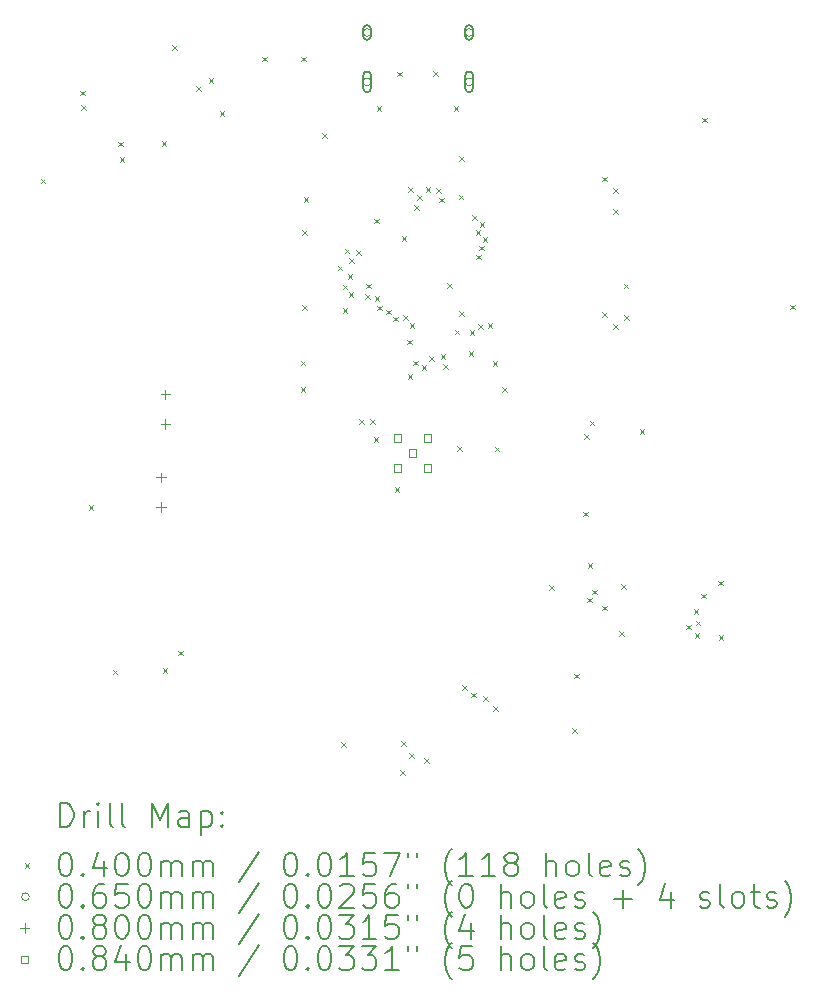
<source format=gbr>
%TF.GenerationSoftware,KiCad,Pcbnew,7.0.7*%
%TF.CreationDate,2023-09-24T12:38:01+02:00*%
%TF.ProjectId,RF Energy Harvesting LK-R37 Enclosure,52462045-6e65-4726-9779-204861727665,Beta R4*%
%TF.SameCoordinates,Original*%
%TF.FileFunction,Drillmap*%
%TF.FilePolarity,Positive*%
%FSLAX45Y45*%
G04 Gerber Fmt 4.5, Leading zero omitted, Abs format (unit mm)*
G04 Created by KiCad (PCBNEW 7.0.7) date 2023-09-24 12:38:01*
%MOMM*%
%LPD*%
G01*
G04 APERTURE LIST*
%ADD10C,0.200000*%
%ADD11C,0.040000*%
%ADD12C,0.065000*%
%ADD13C,0.080000*%
%ADD14C,0.084000*%
G04 APERTURE END LIST*
D10*
D11*
X12321000Y-8512000D02*
X12361000Y-8552000D01*
X12361000Y-8512000D02*
X12321000Y-8552000D01*
X12657000Y-7769000D02*
X12697000Y-7809000D01*
X12697000Y-7769000D02*
X12657000Y-7809000D01*
X12666000Y-7890000D02*
X12706000Y-7930000D01*
X12706000Y-7890000D02*
X12666000Y-7930000D01*
X12729000Y-11276000D02*
X12769000Y-11316000D01*
X12769000Y-11276000D02*
X12729000Y-11316000D01*
X12932000Y-12671000D02*
X12972000Y-12711000D01*
X12972000Y-12671000D02*
X12932000Y-12711000D01*
X12980000Y-8200000D02*
X13020000Y-8240000D01*
X13020000Y-8200000D02*
X12980000Y-8240000D01*
X12992000Y-8331000D02*
X13032000Y-8371000D01*
X13032000Y-8331000D02*
X12992000Y-8371000D01*
X13346000Y-8194000D02*
X13386000Y-8234000D01*
X13386000Y-8194000D02*
X13346000Y-8234000D01*
X13354000Y-12658000D02*
X13394000Y-12698000D01*
X13394000Y-12658000D02*
X13354000Y-12698000D01*
X13437000Y-7382000D02*
X13477000Y-7422000D01*
X13477000Y-7382000D02*
X13437000Y-7422000D01*
X13487000Y-12509000D02*
X13527000Y-12549000D01*
X13527000Y-12509000D02*
X13487000Y-12549000D01*
X13641000Y-7729950D02*
X13681000Y-7769950D01*
X13681000Y-7729950D02*
X13641000Y-7769950D01*
X13744000Y-7665000D02*
X13784000Y-7705000D01*
X13784000Y-7665000D02*
X13744000Y-7705000D01*
X13836500Y-7944500D02*
X13876500Y-7984500D01*
X13876500Y-7944500D02*
X13836500Y-7984500D01*
X14200000Y-7481000D02*
X14240000Y-7521000D01*
X14240000Y-7481000D02*
X14200000Y-7521000D01*
X14523925Y-10053089D02*
X14563925Y-10093089D01*
X14563925Y-10053089D02*
X14523925Y-10093089D01*
X14523925Y-10279926D02*
X14563925Y-10319926D01*
X14563925Y-10279926D02*
X14523925Y-10319926D01*
X14525000Y-7481000D02*
X14565000Y-7521000D01*
X14565000Y-7481000D02*
X14525000Y-7521000D01*
X14534925Y-9584089D02*
X14574925Y-9624089D01*
X14574925Y-9584089D02*
X14534925Y-9624089D01*
X14538925Y-8949089D02*
X14578925Y-8989089D01*
X14578925Y-8949089D02*
X14538925Y-8989089D01*
X14547925Y-8669089D02*
X14587925Y-8709089D01*
X14587925Y-8669089D02*
X14547925Y-8709089D01*
X14707295Y-8126295D02*
X14747295Y-8166295D01*
X14747295Y-8126295D02*
X14707295Y-8166295D01*
X14836735Y-9249416D02*
X14876735Y-9289416D01*
X14876735Y-9249416D02*
X14836735Y-9289416D01*
X14865000Y-13285000D02*
X14905000Y-13325000D01*
X14905000Y-13285000D02*
X14865000Y-13325000D01*
X14878000Y-9410000D02*
X14918000Y-9450000D01*
X14918000Y-9410000D02*
X14878000Y-9450000D01*
X14878925Y-9610089D02*
X14918925Y-9650089D01*
X14918925Y-9610089D02*
X14878925Y-9650089D01*
X14895000Y-9105000D02*
X14935000Y-9145000D01*
X14935000Y-9105000D02*
X14895000Y-9145000D01*
X14921000Y-9320000D02*
X14961000Y-9360000D01*
X14961000Y-9320000D02*
X14921000Y-9360000D01*
X14929000Y-9473000D02*
X14969000Y-9513000D01*
X14969000Y-9473000D02*
X14929000Y-9513000D01*
X14934000Y-9187000D02*
X14974000Y-9227000D01*
X14974000Y-9187000D02*
X14934000Y-9227000D01*
X14992925Y-9118089D02*
X15032925Y-9158089D01*
X15032925Y-9118089D02*
X14992925Y-9158089D01*
X15016000Y-10550550D02*
X15056000Y-10590550D01*
X15056000Y-10550550D02*
X15016000Y-10590550D01*
X15072131Y-9488377D02*
X15112131Y-9528377D01*
X15112131Y-9488377D02*
X15072131Y-9528377D01*
X15077549Y-9401713D02*
X15117549Y-9441713D01*
X15117549Y-9401713D02*
X15077549Y-9441713D01*
X15109000Y-10549000D02*
X15149000Y-10589000D01*
X15149000Y-10549000D02*
X15109000Y-10589000D01*
X15142000Y-10704000D02*
X15182000Y-10744000D01*
X15182000Y-10704000D02*
X15142000Y-10744000D01*
X15142929Y-8851636D02*
X15182929Y-8891636D01*
X15182929Y-8851636D02*
X15142929Y-8891636D01*
X15150785Y-9509014D02*
X15190785Y-9549014D01*
X15190785Y-9509014D02*
X15150785Y-9549014D01*
X15166000Y-7897000D02*
X15206000Y-7937000D01*
X15206000Y-7897000D02*
X15166000Y-7937000D01*
X15172424Y-9587422D02*
X15212424Y-9627422D01*
X15212424Y-9587422D02*
X15172424Y-9627422D01*
X15244781Y-9622539D02*
X15284781Y-9662539D01*
X15284781Y-9622539D02*
X15244781Y-9662539D01*
X15307925Y-9682089D02*
X15347925Y-9722089D01*
X15347925Y-9682089D02*
X15307925Y-9722089D01*
X15319000Y-11122000D02*
X15359000Y-11162000D01*
X15359000Y-11122000D02*
X15319000Y-11162000D01*
X15338000Y-7607000D02*
X15378000Y-7647000D01*
X15378000Y-7607000D02*
X15338000Y-7647000D01*
X15364749Y-13522749D02*
X15404749Y-13562749D01*
X15404749Y-13522749D02*
X15364749Y-13562749D01*
X15377000Y-13276000D02*
X15417000Y-13316000D01*
X15417000Y-13276000D02*
X15377000Y-13316000D01*
X15378925Y-8999089D02*
X15418925Y-9039089D01*
X15418925Y-8999089D02*
X15378925Y-9039089D01*
X15389475Y-9667691D02*
X15429475Y-9707691D01*
X15429475Y-9667691D02*
X15389475Y-9707691D01*
X15426925Y-9876089D02*
X15466925Y-9916089D01*
X15466925Y-9876089D02*
X15426925Y-9916089D01*
X15430000Y-10166000D02*
X15470000Y-10206000D01*
X15470000Y-10166000D02*
X15430000Y-10206000D01*
X15433375Y-8582089D02*
X15473375Y-8622089D01*
X15473375Y-8582089D02*
X15433375Y-8622089D01*
X15445000Y-13380000D02*
X15485000Y-13420000D01*
X15485000Y-13380000D02*
X15445000Y-13420000D01*
X15446925Y-9738139D02*
X15486925Y-9778139D01*
X15486925Y-9738139D02*
X15446925Y-9778139D01*
X15475634Y-10054798D02*
X15515634Y-10094798D01*
X15515634Y-10054798D02*
X15475634Y-10094798D01*
X15481492Y-8739002D02*
X15521492Y-8779002D01*
X15521492Y-8739002D02*
X15481492Y-8779002D01*
X15509961Y-8650164D02*
X15549961Y-8690164D01*
X15549961Y-8650164D02*
X15509961Y-8690164D01*
X15547925Y-10092089D02*
X15587925Y-10132089D01*
X15587925Y-10092089D02*
X15547925Y-10132089D01*
X15566000Y-13418000D02*
X15606000Y-13458000D01*
X15606000Y-13418000D02*
X15566000Y-13458000D01*
X15582027Y-8584191D02*
X15622027Y-8624191D01*
X15622027Y-8584191D02*
X15582027Y-8624191D01*
X15612925Y-10015089D02*
X15652925Y-10055089D01*
X15652925Y-10015089D02*
X15612925Y-10055089D01*
X15646000Y-7605000D02*
X15686000Y-7645000D01*
X15686000Y-7605000D02*
X15646000Y-7645000D01*
X15672925Y-8595089D02*
X15712925Y-8635089D01*
X15712925Y-8595089D02*
X15672925Y-8635089D01*
X15697925Y-8675089D02*
X15737925Y-8715089D01*
X15737925Y-8675089D02*
X15697925Y-8715089D01*
X15707925Y-10000089D02*
X15747925Y-10040089D01*
X15747925Y-10000089D02*
X15707925Y-10040089D01*
X15731925Y-10085089D02*
X15771925Y-10125089D01*
X15771925Y-10085089D02*
X15731925Y-10125089D01*
X15766000Y-9396000D02*
X15806000Y-9436000D01*
X15806000Y-9396000D02*
X15766000Y-9436000D01*
X15819000Y-7899000D02*
X15859000Y-7939000D01*
X15859000Y-7899000D02*
X15819000Y-7939000D01*
X15828375Y-9791746D02*
X15868375Y-9831746D01*
X15868375Y-9791746D02*
X15828375Y-9831746D01*
X15847000Y-10775000D02*
X15887000Y-10815000D01*
X15887000Y-10775000D02*
X15847000Y-10815000D01*
X15860925Y-8648089D02*
X15900925Y-8688089D01*
X15900925Y-8648089D02*
X15860925Y-8688089D01*
X15863925Y-8320089D02*
X15903925Y-8360089D01*
X15903925Y-8320089D02*
X15863925Y-8360089D01*
X15868000Y-9633000D02*
X15908000Y-9673000D01*
X15908000Y-9633000D02*
X15868000Y-9673000D01*
X15891000Y-12804000D02*
X15931000Y-12844000D01*
X15931000Y-12804000D02*
X15891000Y-12844000D01*
X15946925Y-9972089D02*
X15986925Y-10012089D01*
X15986925Y-9972089D02*
X15946925Y-10012089D01*
X15954925Y-9797089D02*
X15994925Y-9837089D01*
X15994925Y-9797089D02*
X15954925Y-9837089D01*
X15965000Y-12866000D02*
X16005000Y-12906000D01*
X16005000Y-12866000D02*
X15965000Y-12906000D01*
X15975662Y-8821766D02*
X16015662Y-8861766D01*
X16015662Y-8821766D02*
X15975662Y-8861766D01*
X16006000Y-8952000D02*
X16046000Y-8992000D01*
X16046000Y-8952000D02*
X16006000Y-8992000D01*
X16008375Y-9156095D02*
X16048375Y-9196095D01*
X16048375Y-9156095D02*
X16008375Y-9196095D01*
X16025425Y-9743589D02*
X16065425Y-9783589D01*
X16065425Y-9743589D02*
X16025425Y-9783589D01*
X16035393Y-9080848D02*
X16075393Y-9120848D01*
X16075393Y-9080848D02*
X16035393Y-9120848D01*
X16039084Y-8879216D02*
X16079084Y-8919216D01*
X16079084Y-8879216D02*
X16039084Y-8919216D01*
X16064576Y-9006414D02*
X16104576Y-9046414D01*
X16104576Y-9006414D02*
X16064576Y-9046414D01*
X16065750Y-12895250D02*
X16105750Y-12935250D01*
X16105750Y-12895250D02*
X16065750Y-12935250D01*
X16107498Y-9735920D02*
X16147498Y-9775920D01*
X16147498Y-9735920D02*
X16107498Y-9775920D01*
X16149925Y-10059089D02*
X16189925Y-10099089D01*
X16189925Y-10059089D02*
X16149925Y-10099089D01*
X16156000Y-12980000D02*
X16196000Y-13020000D01*
X16196000Y-12980000D02*
X16156000Y-13020000D01*
X16167000Y-10782000D02*
X16207000Y-10822000D01*
X16207000Y-10782000D02*
X16167000Y-10822000D01*
X16230925Y-10279926D02*
X16270925Y-10319926D01*
X16270925Y-10279926D02*
X16230925Y-10319926D01*
X16628000Y-11957000D02*
X16668000Y-11997000D01*
X16668000Y-11957000D02*
X16628000Y-11997000D01*
X16822250Y-13168000D02*
X16862250Y-13208000D01*
X16862250Y-13168000D02*
X16822250Y-13208000D01*
X16841250Y-12705000D02*
X16881250Y-12745000D01*
X16881250Y-12705000D02*
X16841250Y-12745000D01*
X16913573Y-11333573D02*
X16953573Y-11373573D01*
X16953573Y-11333573D02*
X16913573Y-11373573D01*
X16922000Y-10679000D02*
X16962000Y-10719000D01*
X16962000Y-10679000D02*
X16922000Y-10719000D01*
X16952000Y-12061000D02*
X16992000Y-12101000D01*
X16992000Y-12061000D02*
X16952000Y-12101000D01*
X16952250Y-11769000D02*
X16992250Y-11809000D01*
X16992250Y-11769000D02*
X16952250Y-11809000D01*
X16971000Y-10562450D02*
X17011000Y-10602450D01*
X17011000Y-10562450D02*
X16971000Y-10602450D01*
X16993965Y-11992949D02*
X17033965Y-12032949D01*
X17033965Y-11992949D02*
X16993965Y-12032949D01*
X17076000Y-8496000D02*
X17116000Y-8536000D01*
X17116000Y-8496000D02*
X17076000Y-8536000D01*
X17076000Y-9644000D02*
X17116000Y-9684000D01*
X17116000Y-9644000D02*
X17076000Y-9684000D01*
X17076000Y-12128550D02*
X17116000Y-12168550D01*
X17116000Y-12128550D02*
X17076000Y-12168550D01*
X17168000Y-8770000D02*
X17208000Y-8810000D01*
X17208000Y-8770000D02*
X17168000Y-8810000D01*
X17168000Y-9743000D02*
X17208000Y-9783000D01*
X17208000Y-9743000D02*
X17168000Y-9783000D01*
X17169000Y-8595000D02*
X17209000Y-8635000D01*
X17209000Y-8595000D02*
X17169000Y-8635000D01*
X17217250Y-12342000D02*
X17257250Y-12382000D01*
X17257250Y-12342000D02*
X17217250Y-12382000D01*
X17239250Y-11947000D02*
X17279250Y-11987000D01*
X17279250Y-11947000D02*
X17239250Y-11987000D01*
X17259000Y-9402000D02*
X17299000Y-9442000D01*
X17299000Y-9402000D02*
X17259000Y-9442000D01*
X17260000Y-9668000D02*
X17300000Y-9708000D01*
X17300000Y-9668000D02*
X17260000Y-9708000D01*
X17393000Y-10634000D02*
X17433000Y-10674000D01*
X17433000Y-10634000D02*
X17393000Y-10674000D01*
X17786250Y-12289000D02*
X17826250Y-12329000D01*
X17826250Y-12289000D02*
X17786250Y-12329000D01*
X17850265Y-12160338D02*
X17890265Y-12200338D01*
X17890265Y-12160338D02*
X17850265Y-12200338D01*
X17858250Y-12364000D02*
X17898250Y-12404000D01*
X17898250Y-12364000D02*
X17858250Y-12404000D01*
X17867000Y-12255000D02*
X17907000Y-12295000D01*
X17907000Y-12255000D02*
X17867000Y-12295000D01*
X17917000Y-12026300D02*
X17957000Y-12066300D01*
X17957000Y-12026300D02*
X17917000Y-12066300D01*
X17924000Y-7997000D02*
X17964000Y-8037000D01*
X17964000Y-7997000D02*
X17924000Y-8037000D01*
X18060500Y-11917500D02*
X18100500Y-11957500D01*
X18100500Y-11917500D02*
X18060500Y-11957500D01*
X18062250Y-12377000D02*
X18102250Y-12417000D01*
X18102250Y-12377000D02*
X18062250Y-12417000D01*
X18668000Y-9580000D02*
X18708000Y-9620000D01*
X18708000Y-9580000D02*
X18668000Y-9620000D01*
D12*
X15118500Y-7275000D02*
G75*
G03*
X15118500Y-7275000I-32500J0D01*
G01*
D10*
X15118500Y-7305000D02*
X15118500Y-7245000D01*
X15118500Y-7245000D02*
G75*
G03*
X15053500Y-7245000I-32500J0D01*
G01*
X15053500Y-7245000D02*
X15053500Y-7305000D01*
X15053500Y-7305000D02*
G75*
G03*
X15118500Y-7305000I32500J0D01*
G01*
D12*
X15118500Y-7693000D02*
G75*
G03*
X15118500Y-7693000I-32500J0D01*
G01*
D10*
X15118500Y-7748000D02*
X15118500Y-7638000D01*
X15118500Y-7638000D02*
G75*
G03*
X15053500Y-7638000I-32500J0D01*
G01*
X15053500Y-7638000D02*
X15053500Y-7748000D01*
X15053500Y-7748000D02*
G75*
G03*
X15118500Y-7748000I32500J0D01*
G01*
D12*
X15982500Y-7275000D02*
G75*
G03*
X15982500Y-7275000I-32500J0D01*
G01*
D10*
X15982500Y-7305000D02*
X15982500Y-7245000D01*
X15982500Y-7245000D02*
G75*
G03*
X15917500Y-7245000I-32500J0D01*
G01*
X15917500Y-7245000D02*
X15917500Y-7305000D01*
X15917500Y-7305000D02*
G75*
G03*
X15982500Y-7305000I32500J0D01*
G01*
D12*
X15982500Y-7693000D02*
G75*
G03*
X15982500Y-7693000I-32500J0D01*
G01*
D10*
X15982500Y-7748000D02*
X15982500Y-7638000D01*
X15982500Y-7638000D02*
G75*
G03*
X15917500Y-7638000I-32500J0D01*
G01*
X15917500Y-7638000D02*
X15917500Y-7748000D01*
X15917500Y-7748000D02*
G75*
G03*
X15982500Y-7748000I32500J0D01*
G01*
D13*
X13341000Y-11002489D02*
X13341000Y-11082489D01*
X13301000Y-11042489D02*
X13381000Y-11042489D01*
X13341000Y-11252489D02*
X13341000Y-11332489D01*
X13301000Y-11292489D02*
X13381000Y-11292489D01*
X13378000Y-10299000D02*
X13378000Y-10379000D01*
X13338000Y-10339000D02*
X13418000Y-10339000D01*
X13378000Y-10549000D02*
X13378000Y-10629000D01*
X13338000Y-10589000D02*
X13418000Y-10589000D01*
D14*
X15369699Y-10738699D02*
X15369699Y-10679301D01*
X15310301Y-10679301D01*
X15310301Y-10738699D01*
X15369699Y-10738699D01*
X15369699Y-10992699D02*
X15369699Y-10933301D01*
X15310301Y-10933301D01*
X15310301Y-10992699D01*
X15369699Y-10992699D01*
X15496699Y-10865699D02*
X15496699Y-10806301D01*
X15437301Y-10806301D01*
X15437301Y-10865699D01*
X15496699Y-10865699D01*
X15623699Y-10738699D02*
X15623699Y-10679301D01*
X15564301Y-10679301D01*
X15564301Y-10738699D01*
X15623699Y-10738699D01*
X15623699Y-10992699D02*
X15623699Y-10933301D01*
X15564301Y-10933301D01*
X15564301Y-10992699D01*
X15623699Y-10992699D01*
D10*
X12487040Y-14000483D02*
X12487040Y-13800483D01*
X12487040Y-13800483D02*
X12534659Y-13800483D01*
X12534659Y-13800483D02*
X12563231Y-13810007D01*
X12563231Y-13810007D02*
X12582279Y-13829055D01*
X12582279Y-13829055D02*
X12591802Y-13848102D01*
X12591802Y-13848102D02*
X12601326Y-13886198D01*
X12601326Y-13886198D02*
X12601326Y-13914769D01*
X12601326Y-13914769D02*
X12591802Y-13952864D01*
X12591802Y-13952864D02*
X12582279Y-13971912D01*
X12582279Y-13971912D02*
X12563231Y-13990960D01*
X12563231Y-13990960D02*
X12534659Y-14000483D01*
X12534659Y-14000483D02*
X12487040Y-14000483D01*
X12687040Y-14000483D02*
X12687040Y-13867150D01*
X12687040Y-13905245D02*
X12696564Y-13886198D01*
X12696564Y-13886198D02*
X12706088Y-13876674D01*
X12706088Y-13876674D02*
X12725136Y-13867150D01*
X12725136Y-13867150D02*
X12744183Y-13867150D01*
X12810850Y-14000483D02*
X12810850Y-13867150D01*
X12810850Y-13800483D02*
X12801326Y-13810007D01*
X12801326Y-13810007D02*
X12810850Y-13819531D01*
X12810850Y-13819531D02*
X12820374Y-13810007D01*
X12820374Y-13810007D02*
X12810850Y-13800483D01*
X12810850Y-13800483D02*
X12810850Y-13819531D01*
X12934659Y-14000483D02*
X12915612Y-13990960D01*
X12915612Y-13990960D02*
X12906088Y-13971912D01*
X12906088Y-13971912D02*
X12906088Y-13800483D01*
X13039421Y-14000483D02*
X13020374Y-13990960D01*
X13020374Y-13990960D02*
X13010850Y-13971912D01*
X13010850Y-13971912D02*
X13010850Y-13800483D01*
X13267993Y-14000483D02*
X13267993Y-13800483D01*
X13267993Y-13800483D02*
X13334660Y-13943340D01*
X13334660Y-13943340D02*
X13401326Y-13800483D01*
X13401326Y-13800483D02*
X13401326Y-14000483D01*
X13582279Y-14000483D02*
X13582279Y-13895721D01*
X13582279Y-13895721D02*
X13572755Y-13876674D01*
X13572755Y-13876674D02*
X13553707Y-13867150D01*
X13553707Y-13867150D02*
X13515612Y-13867150D01*
X13515612Y-13867150D02*
X13496564Y-13876674D01*
X13582279Y-13990960D02*
X13563231Y-14000483D01*
X13563231Y-14000483D02*
X13515612Y-14000483D01*
X13515612Y-14000483D02*
X13496564Y-13990960D01*
X13496564Y-13990960D02*
X13487040Y-13971912D01*
X13487040Y-13971912D02*
X13487040Y-13952864D01*
X13487040Y-13952864D02*
X13496564Y-13933817D01*
X13496564Y-13933817D02*
X13515612Y-13924293D01*
X13515612Y-13924293D02*
X13563231Y-13924293D01*
X13563231Y-13924293D02*
X13582279Y-13914769D01*
X13677517Y-13867150D02*
X13677517Y-14067150D01*
X13677517Y-13876674D02*
X13696564Y-13867150D01*
X13696564Y-13867150D02*
X13734660Y-13867150D01*
X13734660Y-13867150D02*
X13753707Y-13876674D01*
X13753707Y-13876674D02*
X13763231Y-13886198D01*
X13763231Y-13886198D02*
X13772755Y-13905245D01*
X13772755Y-13905245D02*
X13772755Y-13962388D01*
X13772755Y-13962388D02*
X13763231Y-13981436D01*
X13763231Y-13981436D02*
X13753707Y-13990960D01*
X13753707Y-13990960D02*
X13734660Y-14000483D01*
X13734660Y-14000483D02*
X13696564Y-14000483D01*
X13696564Y-14000483D02*
X13677517Y-13990960D01*
X13858469Y-13981436D02*
X13867993Y-13990960D01*
X13867993Y-13990960D02*
X13858469Y-14000483D01*
X13858469Y-14000483D02*
X13848945Y-13990960D01*
X13848945Y-13990960D02*
X13858469Y-13981436D01*
X13858469Y-13981436D02*
X13858469Y-14000483D01*
X13858469Y-13876674D02*
X13867993Y-13886198D01*
X13867993Y-13886198D02*
X13858469Y-13895721D01*
X13858469Y-13895721D02*
X13848945Y-13886198D01*
X13848945Y-13886198D02*
X13858469Y-13876674D01*
X13858469Y-13876674D02*
X13858469Y-13895721D01*
D11*
X12186264Y-14309000D02*
X12226264Y-14349000D01*
X12226264Y-14309000D02*
X12186264Y-14349000D01*
D10*
X12525136Y-14220483D02*
X12544183Y-14220483D01*
X12544183Y-14220483D02*
X12563231Y-14230007D01*
X12563231Y-14230007D02*
X12572755Y-14239531D01*
X12572755Y-14239531D02*
X12582279Y-14258579D01*
X12582279Y-14258579D02*
X12591802Y-14296674D01*
X12591802Y-14296674D02*
X12591802Y-14344293D01*
X12591802Y-14344293D02*
X12582279Y-14382388D01*
X12582279Y-14382388D02*
X12572755Y-14401436D01*
X12572755Y-14401436D02*
X12563231Y-14410960D01*
X12563231Y-14410960D02*
X12544183Y-14420483D01*
X12544183Y-14420483D02*
X12525136Y-14420483D01*
X12525136Y-14420483D02*
X12506088Y-14410960D01*
X12506088Y-14410960D02*
X12496564Y-14401436D01*
X12496564Y-14401436D02*
X12487040Y-14382388D01*
X12487040Y-14382388D02*
X12477517Y-14344293D01*
X12477517Y-14344293D02*
X12477517Y-14296674D01*
X12477517Y-14296674D02*
X12487040Y-14258579D01*
X12487040Y-14258579D02*
X12496564Y-14239531D01*
X12496564Y-14239531D02*
X12506088Y-14230007D01*
X12506088Y-14230007D02*
X12525136Y-14220483D01*
X12677517Y-14401436D02*
X12687040Y-14410960D01*
X12687040Y-14410960D02*
X12677517Y-14420483D01*
X12677517Y-14420483D02*
X12667993Y-14410960D01*
X12667993Y-14410960D02*
X12677517Y-14401436D01*
X12677517Y-14401436D02*
X12677517Y-14420483D01*
X12858469Y-14287150D02*
X12858469Y-14420483D01*
X12810850Y-14210960D02*
X12763231Y-14353817D01*
X12763231Y-14353817D02*
X12887040Y-14353817D01*
X13001326Y-14220483D02*
X13020374Y-14220483D01*
X13020374Y-14220483D02*
X13039421Y-14230007D01*
X13039421Y-14230007D02*
X13048945Y-14239531D01*
X13048945Y-14239531D02*
X13058469Y-14258579D01*
X13058469Y-14258579D02*
X13067993Y-14296674D01*
X13067993Y-14296674D02*
X13067993Y-14344293D01*
X13067993Y-14344293D02*
X13058469Y-14382388D01*
X13058469Y-14382388D02*
X13048945Y-14401436D01*
X13048945Y-14401436D02*
X13039421Y-14410960D01*
X13039421Y-14410960D02*
X13020374Y-14420483D01*
X13020374Y-14420483D02*
X13001326Y-14420483D01*
X13001326Y-14420483D02*
X12982279Y-14410960D01*
X12982279Y-14410960D02*
X12972755Y-14401436D01*
X12972755Y-14401436D02*
X12963231Y-14382388D01*
X12963231Y-14382388D02*
X12953707Y-14344293D01*
X12953707Y-14344293D02*
X12953707Y-14296674D01*
X12953707Y-14296674D02*
X12963231Y-14258579D01*
X12963231Y-14258579D02*
X12972755Y-14239531D01*
X12972755Y-14239531D02*
X12982279Y-14230007D01*
X12982279Y-14230007D02*
X13001326Y-14220483D01*
X13191802Y-14220483D02*
X13210850Y-14220483D01*
X13210850Y-14220483D02*
X13229898Y-14230007D01*
X13229898Y-14230007D02*
X13239421Y-14239531D01*
X13239421Y-14239531D02*
X13248945Y-14258579D01*
X13248945Y-14258579D02*
X13258469Y-14296674D01*
X13258469Y-14296674D02*
X13258469Y-14344293D01*
X13258469Y-14344293D02*
X13248945Y-14382388D01*
X13248945Y-14382388D02*
X13239421Y-14401436D01*
X13239421Y-14401436D02*
X13229898Y-14410960D01*
X13229898Y-14410960D02*
X13210850Y-14420483D01*
X13210850Y-14420483D02*
X13191802Y-14420483D01*
X13191802Y-14420483D02*
X13172755Y-14410960D01*
X13172755Y-14410960D02*
X13163231Y-14401436D01*
X13163231Y-14401436D02*
X13153707Y-14382388D01*
X13153707Y-14382388D02*
X13144183Y-14344293D01*
X13144183Y-14344293D02*
X13144183Y-14296674D01*
X13144183Y-14296674D02*
X13153707Y-14258579D01*
X13153707Y-14258579D02*
X13163231Y-14239531D01*
X13163231Y-14239531D02*
X13172755Y-14230007D01*
X13172755Y-14230007D02*
X13191802Y-14220483D01*
X13344183Y-14420483D02*
X13344183Y-14287150D01*
X13344183Y-14306198D02*
X13353707Y-14296674D01*
X13353707Y-14296674D02*
X13372755Y-14287150D01*
X13372755Y-14287150D02*
X13401326Y-14287150D01*
X13401326Y-14287150D02*
X13420374Y-14296674D01*
X13420374Y-14296674D02*
X13429898Y-14315721D01*
X13429898Y-14315721D02*
X13429898Y-14420483D01*
X13429898Y-14315721D02*
X13439421Y-14296674D01*
X13439421Y-14296674D02*
X13458469Y-14287150D01*
X13458469Y-14287150D02*
X13487040Y-14287150D01*
X13487040Y-14287150D02*
X13506088Y-14296674D01*
X13506088Y-14296674D02*
X13515612Y-14315721D01*
X13515612Y-14315721D02*
X13515612Y-14420483D01*
X13610850Y-14420483D02*
X13610850Y-14287150D01*
X13610850Y-14306198D02*
X13620374Y-14296674D01*
X13620374Y-14296674D02*
X13639421Y-14287150D01*
X13639421Y-14287150D02*
X13667993Y-14287150D01*
X13667993Y-14287150D02*
X13687041Y-14296674D01*
X13687041Y-14296674D02*
X13696564Y-14315721D01*
X13696564Y-14315721D02*
X13696564Y-14420483D01*
X13696564Y-14315721D02*
X13706088Y-14296674D01*
X13706088Y-14296674D02*
X13725136Y-14287150D01*
X13725136Y-14287150D02*
X13753707Y-14287150D01*
X13753707Y-14287150D02*
X13772755Y-14296674D01*
X13772755Y-14296674D02*
X13782279Y-14315721D01*
X13782279Y-14315721D02*
X13782279Y-14420483D01*
X14172755Y-14210960D02*
X14001326Y-14468102D01*
X14429898Y-14220483D02*
X14448945Y-14220483D01*
X14448945Y-14220483D02*
X14467993Y-14230007D01*
X14467993Y-14230007D02*
X14477517Y-14239531D01*
X14477517Y-14239531D02*
X14487041Y-14258579D01*
X14487041Y-14258579D02*
X14496564Y-14296674D01*
X14496564Y-14296674D02*
X14496564Y-14344293D01*
X14496564Y-14344293D02*
X14487041Y-14382388D01*
X14487041Y-14382388D02*
X14477517Y-14401436D01*
X14477517Y-14401436D02*
X14467993Y-14410960D01*
X14467993Y-14410960D02*
X14448945Y-14420483D01*
X14448945Y-14420483D02*
X14429898Y-14420483D01*
X14429898Y-14420483D02*
X14410850Y-14410960D01*
X14410850Y-14410960D02*
X14401326Y-14401436D01*
X14401326Y-14401436D02*
X14391803Y-14382388D01*
X14391803Y-14382388D02*
X14382279Y-14344293D01*
X14382279Y-14344293D02*
X14382279Y-14296674D01*
X14382279Y-14296674D02*
X14391803Y-14258579D01*
X14391803Y-14258579D02*
X14401326Y-14239531D01*
X14401326Y-14239531D02*
X14410850Y-14230007D01*
X14410850Y-14230007D02*
X14429898Y-14220483D01*
X14582279Y-14401436D02*
X14591803Y-14410960D01*
X14591803Y-14410960D02*
X14582279Y-14420483D01*
X14582279Y-14420483D02*
X14572755Y-14410960D01*
X14572755Y-14410960D02*
X14582279Y-14401436D01*
X14582279Y-14401436D02*
X14582279Y-14420483D01*
X14715612Y-14220483D02*
X14734660Y-14220483D01*
X14734660Y-14220483D02*
X14753707Y-14230007D01*
X14753707Y-14230007D02*
X14763231Y-14239531D01*
X14763231Y-14239531D02*
X14772755Y-14258579D01*
X14772755Y-14258579D02*
X14782279Y-14296674D01*
X14782279Y-14296674D02*
X14782279Y-14344293D01*
X14782279Y-14344293D02*
X14772755Y-14382388D01*
X14772755Y-14382388D02*
X14763231Y-14401436D01*
X14763231Y-14401436D02*
X14753707Y-14410960D01*
X14753707Y-14410960D02*
X14734660Y-14420483D01*
X14734660Y-14420483D02*
X14715612Y-14420483D01*
X14715612Y-14420483D02*
X14696564Y-14410960D01*
X14696564Y-14410960D02*
X14687041Y-14401436D01*
X14687041Y-14401436D02*
X14677517Y-14382388D01*
X14677517Y-14382388D02*
X14667993Y-14344293D01*
X14667993Y-14344293D02*
X14667993Y-14296674D01*
X14667993Y-14296674D02*
X14677517Y-14258579D01*
X14677517Y-14258579D02*
X14687041Y-14239531D01*
X14687041Y-14239531D02*
X14696564Y-14230007D01*
X14696564Y-14230007D02*
X14715612Y-14220483D01*
X14972755Y-14420483D02*
X14858469Y-14420483D01*
X14915612Y-14420483D02*
X14915612Y-14220483D01*
X14915612Y-14220483D02*
X14896564Y-14249055D01*
X14896564Y-14249055D02*
X14877517Y-14268102D01*
X14877517Y-14268102D02*
X14858469Y-14277626D01*
X15153707Y-14220483D02*
X15058469Y-14220483D01*
X15058469Y-14220483D02*
X15048945Y-14315721D01*
X15048945Y-14315721D02*
X15058469Y-14306198D01*
X15058469Y-14306198D02*
X15077517Y-14296674D01*
X15077517Y-14296674D02*
X15125136Y-14296674D01*
X15125136Y-14296674D02*
X15144184Y-14306198D01*
X15144184Y-14306198D02*
X15153707Y-14315721D01*
X15153707Y-14315721D02*
X15163231Y-14334769D01*
X15163231Y-14334769D02*
X15163231Y-14382388D01*
X15163231Y-14382388D02*
X15153707Y-14401436D01*
X15153707Y-14401436D02*
X15144184Y-14410960D01*
X15144184Y-14410960D02*
X15125136Y-14420483D01*
X15125136Y-14420483D02*
X15077517Y-14420483D01*
X15077517Y-14420483D02*
X15058469Y-14410960D01*
X15058469Y-14410960D02*
X15048945Y-14401436D01*
X15229898Y-14220483D02*
X15363231Y-14220483D01*
X15363231Y-14220483D02*
X15277517Y-14420483D01*
X15429898Y-14220483D02*
X15429898Y-14258579D01*
X15506088Y-14220483D02*
X15506088Y-14258579D01*
X15801327Y-14496674D02*
X15791803Y-14487150D01*
X15791803Y-14487150D02*
X15772755Y-14458579D01*
X15772755Y-14458579D02*
X15763231Y-14439531D01*
X15763231Y-14439531D02*
X15753707Y-14410960D01*
X15753707Y-14410960D02*
X15744184Y-14363340D01*
X15744184Y-14363340D02*
X15744184Y-14325245D01*
X15744184Y-14325245D02*
X15753707Y-14277626D01*
X15753707Y-14277626D02*
X15763231Y-14249055D01*
X15763231Y-14249055D02*
X15772755Y-14230007D01*
X15772755Y-14230007D02*
X15791803Y-14201436D01*
X15791803Y-14201436D02*
X15801327Y-14191912D01*
X15982279Y-14420483D02*
X15867993Y-14420483D01*
X15925136Y-14420483D02*
X15925136Y-14220483D01*
X15925136Y-14220483D02*
X15906088Y-14249055D01*
X15906088Y-14249055D02*
X15887041Y-14268102D01*
X15887041Y-14268102D02*
X15867993Y-14277626D01*
X16172755Y-14420483D02*
X16058469Y-14420483D01*
X16115612Y-14420483D02*
X16115612Y-14220483D01*
X16115612Y-14220483D02*
X16096565Y-14249055D01*
X16096565Y-14249055D02*
X16077517Y-14268102D01*
X16077517Y-14268102D02*
X16058469Y-14277626D01*
X16287041Y-14306198D02*
X16267993Y-14296674D01*
X16267993Y-14296674D02*
X16258469Y-14287150D01*
X16258469Y-14287150D02*
X16248946Y-14268102D01*
X16248946Y-14268102D02*
X16248946Y-14258579D01*
X16248946Y-14258579D02*
X16258469Y-14239531D01*
X16258469Y-14239531D02*
X16267993Y-14230007D01*
X16267993Y-14230007D02*
X16287041Y-14220483D01*
X16287041Y-14220483D02*
X16325136Y-14220483D01*
X16325136Y-14220483D02*
X16344184Y-14230007D01*
X16344184Y-14230007D02*
X16353707Y-14239531D01*
X16353707Y-14239531D02*
X16363231Y-14258579D01*
X16363231Y-14258579D02*
X16363231Y-14268102D01*
X16363231Y-14268102D02*
X16353707Y-14287150D01*
X16353707Y-14287150D02*
X16344184Y-14296674D01*
X16344184Y-14296674D02*
X16325136Y-14306198D01*
X16325136Y-14306198D02*
X16287041Y-14306198D01*
X16287041Y-14306198D02*
X16267993Y-14315721D01*
X16267993Y-14315721D02*
X16258469Y-14325245D01*
X16258469Y-14325245D02*
X16248946Y-14344293D01*
X16248946Y-14344293D02*
X16248946Y-14382388D01*
X16248946Y-14382388D02*
X16258469Y-14401436D01*
X16258469Y-14401436D02*
X16267993Y-14410960D01*
X16267993Y-14410960D02*
X16287041Y-14420483D01*
X16287041Y-14420483D02*
X16325136Y-14420483D01*
X16325136Y-14420483D02*
X16344184Y-14410960D01*
X16344184Y-14410960D02*
X16353707Y-14401436D01*
X16353707Y-14401436D02*
X16363231Y-14382388D01*
X16363231Y-14382388D02*
X16363231Y-14344293D01*
X16363231Y-14344293D02*
X16353707Y-14325245D01*
X16353707Y-14325245D02*
X16344184Y-14315721D01*
X16344184Y-14315721D02*
X16325136Y-14306198D01*
X16601327Y-14420483D02*
X16601327Y-14220483D01*
X16687041Y-14420483D02*
X16687041Y-14315721D01*
X16687041Y-14315721D02*
X16677517Y-14296674D01*
X16677517Y-14296674D02*
X16658469Y-14287150D01*
X16658469Y-14287150D02*
X16629898Y-14287150D01*
X16629898Y-14287150D02*
X16610850Y-14296674D01*
X16610850Y-14296674D02*
X16601327Y-14306198D01*
X16810850Y-14420483D02*
X16791803Y-14410960D01*
X16791803Y-14410960D02*
X16782279Y-14401436D01*
X16782279Y-14401436D02*
X16772755Y-14382388D01*
X16772755Y-14382388D02*
X16772755Y-14325245D01*
X16772755Y-14325245D02*
X16782279Y-14306198D01*
X16782279Y-14306198D02*
X16791803Y-14296674D01*
X16791803Y-14296674D02*
X16810850Y-14287150D01*
X16810850Y-14287150D02*
X16839422Y-14287150D01*
X16839422Y-14287150D02*
X16858470Y-14296674D01*
X16858470Y-14296674D02*
X16867993Y-14306198D01*
X16867993Y-14306198D02*
X16877517Y-14325245D01*
X16877517Y-14325245D02*
X16877517Y-14382388D01*
X16877517Y-14382388D02*
X16867993Y-14401436D01*
X16867993Y-14401436D02*
X16858470Y-14410960D01*
X16858470Y-14410960D02*
X16839422Y-14420483D01*
X16839422Y-14420483D02*
X16810850Y-14420483D01*
X16991803Y-14420483D02*
X16972755Y-14410960D01*
X16972755Y-14410960D02*
X16963231Y-14391912D01*
X16963231Y-14391912D02*
X16963231Y-14220483D01*
X17144184Y-14410960D02*
X17125136Y-14420483D01*
X17125136Y-14420483D02*
X17087041Y-14420483D01*
X17087041Y-14420483D02*
X17067993Y-14410960D01*
X17067993Y-14410960D02*
X17058470Y-14391912D01*
X17058470Y-14391912D02*
X17058470Y-14315721D01*
X17058470Y-14315721D02*
X17067993Y-14296674D01*
X17067993Y-14296674D02*
X17087041Y-14287150D01*
X17087041Y-14287150D02*
X17125136Y-14287150D01*
X17125136Y-14287150D02*
X17144184Y-14296674D01*
X17144184Y-14296674D02*
X17153708Y-14315721D01*
X17153708Y-14315721D02*
X17153708Y-14334769D01*
X17153708Y-14334769D02*
X17058470Y-14353817D01*
X17229898Y-14410960D02*
X17248946Y-14420483D01*
X17248946Y-14420483D02*
X17287041Y-14420483D01*
X17287041Y-14420483D02*
X17306089Y-14410960D01*
X17306089Y-14410960D02*
X17315612Y-14391912D01*
X17315612Y-14391912D02*
X17315612Y-14382388D01*
X17315612Y-14382388D02*
X17306089Y-14363340D01*
X17306089Y-14363340D02*
X17287041Y-14353817D01*
X17287041Y-14353817D02*
X17258470Y-14353817D01*
X17258470Y-14353817D02*
X17239422Y-14344293D01*
X17239422Y-14344293D02*
X17229898Y-14325245D01*
X17229898Y-14325245D02*
X17229898Y-14315721D01*
X17229898Y-14315721D02*
X17239422Y-14296674D01*
X17239422Y-14296674D02*
X17258470Y-14287150D01*
X17258470Y-14287150D02*
X17287041Y-14287150D01*
X17287041Y-14287150D02*
X17306089Y-14296674D01*
X17382279Y-14496674D02*
X17391803Y-14487150D01*
X17391803Y-14487150D02*
X17410851Y-14458579D01*
X17410851Y-14458579D02*
X17420374Y-14439531D01*
X17420374Y-14439531D02*
X17429898Y-14410960D01*
X17429898Y-14410960D02*
X17439422Y-14363340D01*
X17439422Y-14363340D02*
X17439422Y-14325245D01*
X17439422Y-14325245D02*
X17429898Y-14277626D01*
X17429898Y-14277626D02*
X17420374Y-14249055D01*
X17420374Y-14249055D02*
X17410851Y-14230007D01*
X17410851Y-14230007D02*
X17391803Y-14201436D01*
X17391803Y-14201436D02*
X17382279Y-14191912D01*
D12*
X12226264Y-14593000D02*
G75*
G03*
X12226264Y-14593000I-32500J0D01*
G01*
D10*
X12525136Y-14484483D02*
X12544183Y-14484483D01*
X12544183Y-14484483D02*
X12563231Y-14494007D01*
X12563231Y-14494007D02*
X12572755Y-14503531D01*
X12572755Y-14503531D02*
X12582279Y-14522579D01*
X12582279Y-14522579D02*
X12591802Y-14560674D01*
X12591802Y-14560674D02*
X12591802Y-14608293D01*
X12591802Y-14608293D02*
X12582279Y-14646388D01*
X12582279Y-14646388D02*
X12572755Y-14665436D01*
X12572755Y-14665436D02*
X12563231Y-14674960D01*
X12563231Y-14674960D02*
X12544183Y-14684483D01*
X12544183Y-14684483D02*
X12525136Y-14684483D01*
X12525136Y-14684483D02*
X12506088Y-14674960D01*
X12506088Y-14674960D02*
X12496564Y-14665436D01*
X12496564Y-14665436D02*
X12487040Y-14646388D01*
X12487040Y-14646388D02*
X12477517Y-14608293D01*
X12477517Y-14608293D02*
X12477517Y-14560674D01*
X12477517Y-14560674D02*
X12487040Y-14522579D01*
X12487040Y-14522579D02*
X12496564Y-14503531D01*
X12496564Y-14503531D02*
X12506088Y-14494007D01*
X12506088Y-14494007D02*
X12525136Y-14484483D01*
X12677517Y-14665436D02*
X12687040Y-14674960D01*
X12687040Y-14674960D02*
X12677517Y-14684483D01*
X12677517Y-14684483D02*
X12667993Y-14674960D01*
X12667993Y-14674960D02*
X12677517Y-14665436D01*
X12677517Y-14665436D02*
X12677517Y-14684483D01*
X12858469Y-14484483D02*
X12820374Y-14484483D01*
X12820374Y-14484483D02*
X12801326Y-14494007D01*
X12801326Y-14494007D02*
X12791802Y-14503531D01*
X12791802Y-14503531D02*
X12772755Y-14532102D01*
X12772755Y-14532102D02*
X12763231Y-14570198D01*
X12763231Y-14570198D02*
X12763231Y-14646388D01*
X12763231Y-14646388D02*
X12772755Y-14665436D01*
X12772755Y-14665436D02*
X12782279Y-14674960D01*
X12782279Y-14674960D02*
X12801326Y-14684483D01*
X12801326Y-14684483D02*
X12839421Y-14684483D01*
X12839421Y-14684483D02*
X12858469Y-14674960D01*
X12858469Y-14674960D02*
X12867993Y-14665436D01*
X12867993Y-14665436D02*
X12877517Y-14646388D01*
X12877517Y-14646388D02*
X12877517Y-14598769D01*
X12877517Y-14598769D02*
X12867993Y-14579721D01*
X12867993Y-14579721D02*
X12858469Y-14570198D01*
X12858469Y-14570198D02*
X12839421Y-14560674D01*
X12839421Y-14560674D02*
X12801326Y-14560674D01*
X12801326Y-14560674D02*
X12782279Y-14570198D01*
X12782279Y-14570198D02*
X12772755Y-14579721D01*
X12772755Y-14579721D02*
X12763231Y-14598769D01*
X13058469Y-14484483D02*
X12963231Y-14484483D01*
X12963231Y-14484483D02*
X12953707Y-14579721D01*
X12953707Y-14579721D02*
X12963231Y-14570198D01*
X12963231Y-14570198D02*
X12982279Y-14560674D01*
X12982279Y-14560674D02*
X13029898Y-14560674D01*
X13029898Y-14560674D02*
X13048945Y-14570198D01*
X13048945Y-14570198D02*
X13058469Y-14579721D01*
X13058469Y-14579721D02*
X13067993Y-14598769D01*
X13067993Y-14598769D02*
X13067993Y-14646388D01*
X13067993Y-14646388D02*
X13058469Y-14665436D01*
X13058469Y-14665436D02*
X13048945Y-14674960D01*
X13048945Y-14674960D02*
X13029898Y-14684483D01*
X13029898Y-14684483D02*
X12982279Y-14684483D01*
X12982279Y-14684483D02*
X12963231Y-14674960D01*
X12963231Y-14674960D02*
X12953707Y-14665436D01*
X13191802Y-14484483D02*
X13210850Y-14484483D01*
X13210850Y-14484483D02*
X13229898Y-14494007D01*
X13229898Y-14494007D02*
X13239421Y-14503531D01*
X13239421Y-14503531D02*
X13248945Y-14522579D01*
X13248945Y-14522579D02*
X13258469Y-14560674D01*
X13258469Y-14560674D02*
X13258469Y-14608293D01*
X13258469Y-14608293D02*
X13248945Y-14646388D01*
X13248945Y-14646388D02*
X13239421Y-14665436D01*
X13239421Y-14665436D02*
X13229898Y-14674960D01*
X13229898Y-14674960D02*
X13210850Y-14684483D01*
X13210850Y-14684483D02*
X13191802Y-14684483D01*
X13191802Y-14684483D02*
X13172755Y-14674960D01*
X13172755Y-14674960D02*
X13163231Y-14665436D01*
X13163231Y-14665436D02*
X13153707Y-14646388D01*
X13153707Y-14646388D02*
X13144183Y-14608293D01*
X13144183Y-14608293D02*
X13144183Y-14560674D01*
X13144183Y-14560674D02*
X13153707Y-14522579D01*
X13153707Y-14522579D02*
X13163231Y-14503531D01*
X13163231Y-14503531D02*
X13172755Y-14494007D01*
X13172755Y-14494007D02*
X13191802Y-14484483D01*
X13344183Y-14684483D02*
X13344183Y-14551150D01*
X13344183Y-14570198D02*
X13353707Y-14560674D01*
X13353707Y-14560674D02*
X13372755Y-14551150D01*
X13372755Y-14551150D02*
X13401326Y-14551150D01*
X13401326Y-14551150D02*
X13420374Y-14560674D01*
X13420374Y-14560674D02*
X13429898Y-14579721D01*
X13429898Y-14579721D02*
X13429898Y-14684483D01*
X13429898Y-14579721D02*
X13439421Y-14560674D01*
X13439421Y-14560674D02*
X13458469Y-14551150D01*
X13458469Y-14551150D02*
X13487040Y-14551150D01*
X13487040Y-14551150D02*
X13506088Y-14560674D01*
X13506088Y-14560674D02*
X13515612Y-14579721D01*
X13515612Y-14579721D02*
X13515612Y-14684483D01*
X13610850Y-14684483D02*
X13610850Y-14551150D01*
X13610850Y-14570198D02*
X13620374Y-14560674D01*
X13620374Y-14560674D02*
X13639421Y-14551150D01*
X13639421Y-14551150D02*
X13667993Y-14551150D01*
X13667993Y-14551150D02*
X13687041Y-14560674D01*
X13687041Y-14560674D02*
X13696564Y-14579721D01*
X13696564Y-14579721D02*
X13696564Y-14684483D01*
X13696564Y-14579721D02*
X13706088Y-14560674D01*
X13706088Y-14560674D02*
X13725136Y-14551150D01*
X13725136Y-14551150D02*
X13753707Y-14551150D01*
X13753707Y-14551150D02*
X13772755Y-14560674D01*
X13772755Y-14560674D02*
X13782279Y-14579721D01*
X13782279Y-14579721D02*
X13782279Y-14684483D01*
X14172755Y-14474960D02*
X14001326Y-14732102D01*
X14429898Y-14484483D02*
X14448945Y-14484483D01*
X14448945Y-14484483D02*
X14467993Y-14494007D01*
X14467993Y-14494007D02*
X14477517Y-14503531D01*
X14477517Y-14503531D02*
X14487041Y-14522579D01*
X14487041Y-14522579D02*
X14496564Y-14560674D01*
X14496564Y-14560674D02*
X14496564Y-14608293D01*
X14496564Y-14608293D02*
X14487041Y-14646388D01*
X14487041Y-14646388D02*
X14477517Y-14665436D01*
X14477517Y-14665436D02*
X14467993Y-14674960D01*
X14467993Y-14674960D02*
X14448945Y-14684483D01*
X14448945Y-14684483D02*
X14429898Y-14684483D01*
X14429898Y-14684483D02*
X14410850Y-14674960D01*
X14410850Y-14674960D02*
X14401326Y-14665436D01*
X14401326Y-14665436D02*
X14391803Y-14646388D01*
X14391803Y-14646388D02*
X14382279Y-14608293D01*
X14382279Y-14608293D02*
X14382279Y-14560674D01*
X14382279Y-14560674D02*
X14391803Y-14522579D01*
X14391803Y-14522579D02*
X14401326Y-14503531D01*
X14401326Y-14503531D02*
X14410850Y-14494007D01*
X14410850Y-14494007D02*
X14429898Y-14484483D01*
X14582279Y-14665436D02*
X14591803Y-14674960D01*
X14591803Y-14674960D02*
X14582279Y-14684483D01*
X14582279Y-14684483D02*
X14572755Y-14674960D01*
X14572755Y-14674960D02*
X14582279Y-14665436D01*
X14582279Y-14665436D02*
X14582279Y-14684483D01*
X14715612Y-14484483D02*
X14734660Y-14484483D01*
X14734660Y-14484483D02*
X14753707Y-14494007D01*
X14753707Y-14494007D02*
X14763231Y-14503531D01*
X14763231Y-14503531D02*
X14772755Y-14522579D01*
X14772755Y-14522579D02*
X14782279Y-14560674D01*
X14782279Y-14560674D02*
X14782279Y-14608293D01*
X14782279Y-14608293D02*
X14772755Y-14646388D01*
X14772755Y-14646388D02*
X14763231Y-14665436D01*
X14763231Y-14665436D02*
X14753707Y-14674960D01*
X14753707Y-14674960D02*
X14734660Y-14684483D01*
X14734660Y-14684483D02*
X14715612Y-14684483D01*
X14715612Y-14684483D02*
X14696564Y-14674960D01*
X14696564Y-14674960D02*
X14687041Y-14665436D01*
X14687041Y-14665436D02*
X14677517Y-14646388D01*
X14677517Y-14646388D02*
X14667993Y-14608293D01*
X14667993Y-14608293D02*
X14667993Y-14560674D01*
X14667993Y-14560674D02*
X14677517Y-14522579D01*
X14677517Y-14522579D02*
X14687041Y-14503531D01*
X14687041Y-14503531D02*
X14696564Y-14494007D01*
X14696564Y-14494007D02*
X14715612Y-14484483D01*
X14858469Y-14503531D02*
X14867993Y-14494007D01*
X14867993Y-14494007D02*
X14887041Y-14484483D01*
X14887041Y-14484483D02*
X14934660Y-14484483D01*
X14934660Y-14484483D02*
X14953707Y-14494007D01*
X14953707Y-14494007D02*
X14963231Y-14503531D01*
X14963231Y-14503531D02*
X14972755Y-14522579D01*
X14972755Y-14522579D02*
X14972755Y-14541626D01*
X14972755Y-14541626D02*
X14963231Y-14570198D01*
X14963231Y-14570198D02*
X14848945Y-14684483D01*
X14848945Y-14684483D02*
X14972755Y-14684483D01*
X15153707Y-14484483D02*
X15058469Y-14484483D01*
X15058469Y-14484483D02*
X15048945Y-14579721D01*
X15048945Y-14579721D02*
X15058469Y-14570198D01*
X15058469Y-14570198D02*
X15077517Y-14560674D01*
X15077517Y-14560674D02*
X15125136Y-14560674D01*
X15125136Y-14560674D02*
X15144184Y-14570198D01*
X15144184Y-14570198D02*
X15153707Y-14579721D01*
X15153707Y-14579721D02*
X15163231Y-14598769D01*
X15163231Y-14598769D02*
X15163231Y-14646388D01*
X15163231Y-14646388D02*
X15153707Y-14665436D01*
X15153707Y-14665436D02*
X15144184Y-14674960D01*
X15144184Y-14674960D02*
X15125136Y-14684483D01*
X15125136Y-14684483D02*
X15077517Y-14684483D01*
X15077517Y-14684483D02*
X15058469Y-14674960D01*
X15058469Y-14674960D02*
X15048945Y-14665436D01*
X15334660Y-14484483D02*
X15296564Y-14484483D01*
X15296564Y-14484483D02*
X15277517Y-14494007D01*
X15277517Y-14494007D02*
X15267993Y-14503531D01*
X15267993Y-14503531D02*
X15248945Y-14532102D01*
X15248945Y-14532102D02*
X15239422Y-14570198D01*
X15239422Y-14570198D02*
X15239422Y-14646388D01*
X15239422Y-14646388D02*
X15248945Y-14665436D01*
X15248945Y-14665436D02*
X15258469Y-14674960D01*
X15258469Y-14674960D02*
X15277517Y-14684483D01*
X15277517Y-14684483D02*
X15315612Y-14684483D01*
X15315612Y-14684483D02*
X15334660Y-14674960D01*
X15334660Y-14674960D02*
X15344184Y-14665436D01*
X15344184Y-14665436D02*
X15353707Y-14646388D01*
X15353707Y-14646388D02*
X15353707Y-14598769D01*
X15353707Y-14598769D02*
X15344184Y-14579721D01*
X15344184Y-14579721D02*
X15334660Y-14570198D01*
X15334660Y-14570198D02*
X15315612Y-14560674D01*
X15315612Y-14560674D02*
X15277517Y-14560674D01*
X15277517Y-14560674D02*
X15258469Y-14570198D01*
X15258469Y-14570198D02*
X15248945Y-14579721D01*
X15248945Y-14579721D02*
X15239422Y-14598769D01*
X15429898Y-14484483D02*
X15429898Y-14522579D01*
X15506088Y-14484483D02*
X15506088Y-14522579D01*
X15801327Y-14760674D02*
X15791803Y-14751150D01*
X15791803Y-14751150D02*
X15772755Y-14722579D01*
X15772755Y-14722579D02*
X15763231Y-14703531D01*
X15763231Y-14703531D02*
X15753707Y-14674960D01*
X15753707Y-14674960D02*
X15744184Y-14627340D01*
X15744184Y-14627340D02*
X15744184Y-14589245D01*
X15744184Y-14589245D02*
X15753707Y-14541626D01*
X15753707Y-14541626D02*
X15763231Y-14513055D01*
X15763231Y-14513055D02*
X15772755Y-14494007D01*
X15772755Y-14494007D02*
X15791803Y-14465436D01*
X15791803Y-14465436D02*
X15801327Y-14455912D01*
X15915612Y-14484483D02*
X15934660Y-14484483D01*
X15934660Y-14484483D02*
X15953707Y-14494007D01*
X15953707Y-14494007D02*
X15963231Y-14503531D01*
X15963231Y-14503531D02*
X15972755Y-14522579D01*
X15972755Y-14522579D02*
X15982279Y-14560674D01*
X15982279Y-14560674D02*
X15982279Y-14608293D01*
X15982279Y-14608293D02*
X15972755Y-14646388D01*
X15972755Y-14646388D02*
X15963231Y-14665436D01*
X15963231Y-14665436D02*
X15953707Y-14674960D01*
X15953707Y-14674960D02*
X15934660Y-14684483D01*
X15934660Y-14684483D02*
X15915612Y-14684483D01*
X15915612Y-14684483D02*
X15896565Y-14674960D01*
X15896565Y-14674960D02*
X15887041Y-14665436D01*
X15887041Y-14665436D02*
X15877517Y-14646388D01*
X15877517Y-14646388D02*
X15867993Y-14608293D01*
X15867993Y-14608293D02*
X15867993Y-14560674D01*
X15867993Y-14560674D02*
X15877517Y-14522579D01*
X15877517Y-14522579D02*
X15887041Y-14503531D01*
X15887041Y-14503531D02*
X15896565Y-14494007D01*
X15896565Y-14494007D02*
X15915612Y-14484483D01*
X16220374Y-14684483D02*
X16220374Y-14484483D01*
X16306088Y-14684483D02*
X16306088Y-14579721D01*
X16306088Y-14579721D02*
X16296565Y-14560674D01*
X16296565Y-14560674D02*
X16277517Y-14551150D01*
X16277517Y-14551150D02*
X16248946Y-14551150D01*
X16248946Y-14551150D02*
X16229898Y-14560674D01*
X16229898Y-14560674D02*
X16220374Y-14570198D01*
X16429898Y-14684483D02*
X16410850Y-14674960D01*
X16410850Y-14674960D02*
X16401327Y-14665436D01*
X16401327Y-14665436D02*
X16391803Y-14646388D01*
X16391803Y-14646388D02*
X16391803Y-14589245D01*
X16391803Y-14589245D02*
X16401327Y-14570198D01*
X16401327Y-14570198D02*
X16410850Y-14560674D01*
X16410850Y-14560674D02*
X16429898Y-14551150D01*
X16429898Y-14551150D02*
X16458469Y-14551150D01*
X16458469Y-14551150D02*
X16477517Y-14560674D01*
X16477517Y-14560674D02*
X16487041Y-14570198D01*
X16487041Y-14570198D02*
X16496565Y-14589245D01*
X16496565Y-14589245D02*
X16496565Y-14646388D01*
X16496565Y-14646388D02*
X16487041Y-14665436D01*
X16487041Y-14665436D02*
X16477517Y-14674960D01*
X16477517Y-14674960D02*
X16458469Y-14684483D01*
X16458469Y-14684483D02*
X16429898Y-14684483D01*
X16610850Y-14684483D02*
X16591803Y-14674960D01*
X16591803Y-14674960D02*
X16582279Y-14655912D01*
X16582279Y-14655912D02*
X16582279Y-14484483D01*
X16763231Y-14674960D02*
X16744184Y-14684483D01*
X16744184Y-14684483D02*
X16706088Y-14684483D01*
X16706088Y-14684483D02*
X16687041Y-14674960D01*
X16687041Y-14674960D02*
X16677517Y-14655912D01*
X16677517Y-14655912D02*
X16677517Y-14579721D01*
X16677517Y-14579721D02*
X16687041Y-14560674D01*
X16687041Y-14560674D02*
X16706088Y-14551150D01*
X16706088Y-14551150D02*
X16744184Y-14551150D01*
X16744184Y-14551150D02*
X16763231Y-14560674D01*
X16763231Y-14560674D02*
X16772755Y-14579721D01*
X16772755Y-14579721D02*
X16772755Y-14598769D01*
X16772755Y-14598769D02*
X16677517Y-14617817D01*
X16848946Y-14674960D02*
X16867993Y-14684483D01*
X16867993Y-14684483D02*
X16906089Y-14684483D01*
X16906089Y-14684483D02*
X16925136Y-14674960D01*
X16925136Y-14674960D02*
X16934660Y-14655912D01*
X16934660Y-14655912D02*
X16934660Y-14646388D01*
X16934660Y-14646388D02*
X16925136Y-14627340D01*
X16925136Y-14627340D02*
X16906089Y-14617817D01*
X16906089Y-14617817D02*
X16877517Y-14617817D01*
X16877517Y-14617817D02*
X16858470Y-14608293D01*
X16858470Y-14608293D02*
X16848946Y-14589245D01*
X16848946Y-14589245D02*
X16848946Y-14579721D01*
X16848946Y-14579721D02*
X16858470Y-14560674D01*
X16858470Y-14560674D02*
X16877517Y-14551150D01*
X16877517Y-14551150D02*
X16906089Y-14551150D01*
X16906089Y-14551150D02*
X16925136Y-14560674D01*
X17172755Y-14608293D02*
X17325136Y-14608293D01*
X17248946Y-14684483D02*
X17248946Y-14532102D01*
X17658470Y-14551150D02*
X17658470Y-14684483D01*
X17610851Y-14474960D02*
X17563232Y-14617817D01*
X17563232Y-14617817D02*
X17687041Y-14617817D01*
X17906089Y-14674960D02*
X17925136Y-14684483D01*
X17925136Y-14684483D02*
X17963232Y-14684483D01*
X17963232Y-14684483D02*
X17982279Y-14674960D01*
X17982279Y-14674960D02*
X17991803Y-14655912D01*
X17991803Y-14655912D02*
X17991803Y-14646388D01*
X17991803Y-14646388D02*
X17982279Y-14627340D01*
X17982279Y-14627340D02*
X17963232Y-14617817D01*
X17963232Y-14617817D02*
X17934660Y-14617817D01*
X17934660Y-14617817D02*
X17915613Y-14608293D01*
X17915613Y-14608293D02*
X17906089Y-14589245D01*
X17906089Y-14589245D02*
X17906089Y-14579721D01*
X17906089Y-14579721D02*
X17915613Y-14560674D01*
X17915613Y-14560674D02*
X17934660Y-14551150D01*
X17934660Y-14551150D02*
X17963232Y-14551150D01*
X17963232Y-14551150D02*
X17982279Y-14560674D01*
X18106089Y-14684483D02*
X18087041Y-14674960D01*
X18087041Y-14674960D02*
X18077517Y-14655912D01*
X18077517Y-14655912D02*
X18077517Y-14484483D01*
X18210851Y-14684483D02*
X18191803Y-14674960D01*
X18191803Y-14674960D02*
X18182279Y-14665436D01*
X18182279Y-14665436D02*
X18172755Y-14646388D01*
X18172755Y-14646388D02*
X18172755Y-14589245D01*
X18172755Y-14589245D02*
X18182279Y-14570198D01*
X18182279Y-14570198D02*
X18191803Y-14560674D01*
X18191803Y-14560674D02*
X18210851Y-14551150D01*
X18210851Y-14551150D02*
X18239422Y-14551150D01*
X18239422Y-14551150D02*
X18258470Y-14560674D01*
X18258470Y-14560674D02*
X18267994Y-14570198D01*
X18267994Y-14570198D02*
X18277517Y-14589245D01*
X18277517Y-14589245D02*
X18277517Y-14646388D01*
X18277517Y-14646388D02*
X18267994Y-14665436D01*
X18267994Y-14665436D02*
X18258470Y-14674960D01*
X18258470Y-14674960D02*
X18239422Y-14684483D01*
X18239422Y-14684483D02*
X18210851Y-14684483D01*
X18334660Y-14551150D02*
X18410851Y-14551150D01*
X18363232Y-14484483D02*
X18363232Y-14655912D01*
X18363232Y-14655912D02*
X18372755Y-14674960D01*
X18372755Y-14674960D02*
X18391803Y-14684483D01*
X18391803Y-14684483D02*
X18410851Y-14684483D01*
X18467994Y-14674960D02*
X18487041Y-14684483D01*
X18487041Y-14684483D02*
X18525136Y-14684483D01*
X18525136Y-14684483D02*
X18544184Y-14674960D01*
X18544184Y-14674960D02*
X18553708Y-14655912D01*
X18553708Y-14655912D02*
X18553708Y-14646388D01*
X18553708Y-14646388D02*
X18544184Y-14627340D01*
X18544184Y-14627340D02*
X18525136Y-14617817D01*
X18525136Y-14617817D02*
X18496565Y-14617817D01*
X18496565Y-14617817D02*
X18477517Y-14608293D01*
X18477517Y-14608293D02*
X18467994Y-14589245D01*
X18467994Y-14589245D02*
X18467994Y-14579721D01*
X18467994Y-14579721D02*
X18477517Y-14560674D01*
X18477517Y-14560674D02*
X18496565Y-14551150D01*
X18496565Y-14551150D02*
X18525136Y-14551150D01*
X18525136Y-14551150D02*
X18544184Y-14560674D01*
X18620375Y-14760674D02*
X18629898Y-14751150D01*
X18629898Y-14751150D02*
X18648946Y-14722579D01*
X18648946Y-14722579D02*
X18658470Y-14703531D01*
X18658470Y-14703531D02*
X18667994Y-14674960D01*
X18667994Y-14674960D02*
X18677517Y-14627340D01*
X18677517Y-14627340D02*
X18677517Y-14589245D01*
X18677517Y-14589245D02*
X18667994Y-14541626D01*
X18667994Y-14541626D02*
X18658470Y-14513055D01*
X18658470Y-14513055D02*
X18648946Y-14494007D01*
X18648946Y-14494007D02*
X18629898Y-14465436D01*
X18629898Y-14465436D02*
X18620375Y-14455912D01*
D13*
X12186264Y-14817000D02*
X12186264Y-14897000D01*
X12146264Y-14857000D02*
X12226264Y-14857000D01*
D10*
X12525136Y-14748483D02*
X12544183Y-14748483D01*
X12544183Y-14748483D02*
X12563231Y-14758007D01*
X12563231Y-14758007D02*
X12572755Y-14767531D01*
X12572755Y-14767531D02*
X12582279Y-14786579D01*
X12582279Y-14786579D02*
X12591802Y-14824674D01*
X12591802Y-14824674D02*
X12591802Y-14872293D01*
X12591802Y-14872293D02*
X12582279Y-14910388D01*
X12582279Y-14910388D02*
X12572755Y-14929436D01*
X12572755Y-14929436D02*
X12563231Y-14938960D01*
X12563231Y-14938960D02*
X12544183Y-14948483D01*
X12544183Y-14948483D02*
X12525136Y-14948483D01*
X12525136Y-14948483D02*
X12506088Y-14938960D01*
X12506088Y-14938960D02*
X12496564Y-14929436D01*
X12496564Y-14929436D02*
X12487040Y-14910388D01*
X12487040Y-14910388D02*
X12477517Y-14872293D01*
X12477517Y-14872293D02*
X12477517Y-14824674D01*
X12477517Y-14824674D02*
X12487040Y-14786579D01*
X12487040Y-14786579D02*
X12496564Y-14767531D01*
X12496564Y-14767531D02*
X12506088Y-14758007D01*
X12506088Y-14758007D02*
X12525136Y-14748483D01*
X12677517Y-14929436D02*
X12687040Y-14938960D01*
X12687040Y-14938960D02*
X12677517Y-14948483D01*
X12677517Y-14948483D02*
X12667993Y-14938960D01*
X12667993Y-14938960D02*
X12677517Y-14929436D01*
X12677517Y-14929436D02*
X12677517Y-14948483D01*
X12801326Y-14834198D02*
X12782279Y-14824674D01*
X12782279Y-14824674D02*
X12772755Y-14815150D01*
X12772755Y-14815150D02*
X12763231Y-14796102D01*
X12763231Y-14796102D02*
X12763231Y-14786579D01*
X12763231Y-14786579D02*
X12772755Y-14767531D01*
X12772755Y-14767531D02*
X12782279Y-14758007D01*
X12782279Y-14758007D02*
X12801326Y-14748483D01*
X12801326Y-14748483D02*
X12839421Y-14748483D01*
X12839421Y-14748483D02*
X12858469Y-14758007D01*
X12858469Y-14758007D02*
X12867993Y-14767531D01*
X12867993Y-14767531D02*
X12877517Y-14786579D01*
X12877517Y-14786579D02*
X12877517Y-14796102D01*
X12877517Y-14796102D02*
X12867993Y-14815150D01*
X12867993Y-14815150D02*
X12858469Y-14824674D01*
X12858469Y-14824674D02*
X12839421Y-14834198D01*
X12839421Y-14834198D02*
X12801326Y-14834198D01*
X12801326Y-14834198D02*
X12782279Y-14843721D01*
X12782279Y-14843721D02*
X12772755Y-14853245D01*
X12772755Y-14853245D02*
X12763231Y-14872293D01*
X12763231Y-14872293D02*
X12763231Y-14910388D01*
X12763231Y-14910388D02*
X12772755Y-14929436D01*
X12772755Y-14929436D02*
X12782279Y-14938960D01*
X12782279Y-14938960D02*
X12801326Y-14948483D01*
X12801326Y-14948483D02*
X12839421Y-14948483D01*
X12839421Y-14948483D02*
X12858469Y-14938960D01*
X12858469Y-14938960D02*
X12867993Y-14929436D01*
X12867993Y-14929436D02*
X12877517Y-14910388D01*
X12877517Y-14910388D02*
X12877517Y-14872293D01*
X12877517Y-14872293D02*
X12867993Y-14853245D01*
X12867993Y-14853245D02*
X12858469Y-14843721D01*
X12858469Y-14843721D02*
X12839421Y-14834198D01*
X13001326Y-14748483D02*
X13020374Y-14748483D01*
X13020374Y-14748483D02*
X13039421Y-14758007D01*
X13039421Y-14758007D02*
X13048945Y-14767531D01*
X13048945Y-14767531D02*
X13058469Y-14786579D01*
X13058469Y-14786579D02*
X13067993Y-14824674D01*
X13067993Y-14824674D02*
X13067993Y-14872293D01*
X13067993Y-14872293D02*
X13058469Y-14910388D01*
X13058469Y-14910388D02*
X13048945Y-14929436D01*
X13048945Y-14929436D02*
X13039421Y-14938960D01*
X13039421Y-14938960D02*
X13020374Y-14948483D01*
X13020374Y-14948483D02*
X13001326Y-14948483D01*
X13001326Y-14948483D02*
X12982279Y-14938960D01*
X12982279Y-14938960D02*
X12972755Y-14929436D01*
X12972755Y-14929436D02*
X12963231Y-14910388D01*
X12963231Y-14910388D02*
X12953707Y-14872293D01*
X12953707Y-14872293D02*
X12953707Y-14824674D01*
X12953707Y-14824674D02*
X12963231Y-14786579D01*
X12963231Y-14786579D02*
X12972755Y-14767531D01*
X12972755Y-14767531D02*
X12982279Y-14758007D01*
X12982279Y-14758007D02*
X13001326Y-14748483D01*
X13191802Y-14748483D02*
X13210850Y-14748483D01*
X13210850Y-14748483D02*
X13229898Y-14758007D01*
X13229898Y-14758007D02*
X13239421Y-14767531D01*
X13239421Y-14767531D02*
X13248945Y-14786579D01*
X13248945Y-14786579D02*
X13258469Y-14824674D01*
X13258469Y-14824674D02*
X13258469Y-14872293D01*
X13258469Y-14872293D02*
X13248945Y-14910388D01*
X13248945Y-14910388D02*
X13239421Y-14929436D01*
X13239421Y-14929436D02*
X13229898Y-14938960D01*
X13229898Y-14938960D02*
X13210850Y-14948483D01*
X13210850Y-14948483D02*
X13191802Y-14948483D01*
X13191802Y-14948483D02*
X13172755Y-14938960D01*
X13172755Y-14938960D02*
X13163231Y-14929436D01*
X13163231Y-14929436D02*
X13153707Y-14910388D01*
X13153707Y-14910388D02*
X13144183Y-14872293D01*
X13144183Y-14872293D02*
X13144183Y-14824674D01*
X13144183Y-14824674D02*
X13153707Y-14786579D01*
X13153707Y-14786579D02*
X13163231Y-14767531D01*
X13163231Y-14767531D02*
X13172755Y-14758007D01*
X13172755Y-14758007D02*
X13191802Y-14748483D01*
X13344183Y-14948483D02*
X13344183Y-14815150D01*
X13344183Y-14834198D02*
X13353707Y-14824674D01*
X13353707Y-14824674D02*
X13372755Y-14815150D01*
X13372755Y-14815150D02*
X13401326Y-14815150D01*
X13401326Y-14815150D02*
X13420374Y-14824674D01*
X13420374Y-14824674D02*
X13429898Y-14843721D01*
X13429898Y-14843721D02*
X13429898Y-14948483D01*
X13429898Y-14843721D02*
X13439421Y-14824674D01*
X13439421Y-14824674D02*
X13458469Y-14815150D01*
X13458469Y-14815150D02*
X13487040Y-14815150D01*
X13487040Y-14815150D02*
X13506088Y-14824674D01*
X13506088Y-14824674D02*
X13515612Y-14843721D01*
X13515612Y-14843721D02*
X13515612Y-14948483D01*
X13610850Y-14948483D02*
X13610850Y-14815150D01*
X13610850Y-14834198D02*
X13620374Y-14824674D01*
X13620374Y-14824674D02*
X13639421Y-14815150D01*
X13639421Y-14815150D02*
X13667993Y-14815150D01*
X13667993Y-14815150D02*
X13687041Y-14824674D01*
X13687041Y-14824674D02*
X13696564Y-14843721D01*
X13696564Y-14843721D02*
X13696564Y-14948483D01*
X13696564Y-14843721D02*
X13706088Y-14824674D01*
X13706088Y-14824674D02*
X13725136Y-14815150D01*
X13725136Y-14815150D02*
X13753707Y-14815150D01*
X13753707Y-14815150D02*
X13772755Y-14824674D01*
X13772755Y-14824674D02*
X13782279Y-14843721D01*
X13782279Y-14843721D02*
X13782279Y-14948483D01*
X14172755Y-14738960D02*
X14001326Y-14996102D01*
X14429898Y-14748483D02*
X14448945Y-14748483D01*
X14448945Y-14748483D02*
X14467993Y-14758007D01*
X14467993Y-14758007D02*
X14477517Y-14767531D01*
X14477517Y-14767531D02*
X14487041Y-14786579D01*
X14487041Y-14786579D02*
X14496564Y-14824674D01*
X14496564Y-14824674D02*
X14496564Y-14872293D01*
X14496564Y-14872293D02*
X14487041Y-14910388D01*
X14487041Y-14910388D02*
X14477517Y-14929436D01*
X14477517Y-14929436D02*
X14467993Y-14938960D01*
X14467993Y-14938960D02*
X14448945Y-14948483D01*
X14448945Y-14948483D02*
X14429898Y-14948483D01*
X14429898Y-14948483D02*
X14410850Y-14938960D01*
X14410850Y-14938960D02*
X14401326Y-14929436D01*
X14401326Y-14929436D02*
X14391803Y-14910388D01*
X14391803Y-14910388D02*
X14382279Y-14872293D01*
X14382279Y-14872293D02*
X14382279Y-14824674D01*
X14382279Y-14824674D02*
X14391803Y-14786579D01*
X14391803Y-14786579D02*
X14401326Y-14767531D01*
X14401326Y-14767531D02*
X14410850Y-14758007D01*
X14410850Y-14758007D02*
X14429898Y-14748483D01*
X14582279Y-14929436D02*
X14591803Y-14938960D01*
X14591803Y-14938960D02*
X14582279Y-14948483D01*
X14582279Y-14948483D02*
X14572755Y-14938960D01*
X14572755Y-14938960D02*
X14582279Y-14929436D01*
X14582279Y-14929436D02*
X14582279Y-14948483D01*
X14715612Y-14748483D02*
X14734660Y-14748483D01*
X14734660Y-14748483D02*
X14753707Y-14758007D01*
X14753707Y-14758007D02*
X14763231Y-14767531D01*
X14763231Y-14767531D02*
X14772755Y-14786579D01*
X14772755Y-14786579D02*
X14782279Y-14824674D01*
X14782279Y-14824674D02*
X14782279Y-14872293D01*
X14782279Y-14872293D02*
X14772755Y-14910388D01*
X14772755Y-14910388D02*
X14763231Y-14929436D01*
X14763231Y-14929436D02*
X14753707Y-14938960D01*
X14753707Y-14938960D02*
X14734660Y-14948483D01*
X14734660Y-14948483D02*
X14715612Y-14948483D01*
X14715612Y-14948483D02*
X14696564Y-14938960D01*
X14696564Y-14938960D02*
X14687041Y-14929436D01*
X14687041Y-14929436D02*
X14677517Y-14910388D01*
X14677517Y-14910388D02*
X14667993Y-14872293D01*
X14667993Y-14872293D02*
X14667993Y-14824674D01*
X14667993Y-14824674D02*
X14677517Y-14786579D01*
X14677517Y-14786579D02*
X14687041Y-14767531D01*
X14687041Y-14767531D02*
X14696564Y-14758007D01*
X14696564Y-14758007D02*
X14715612Y-14748483D01*
X14848945Y-14748483D02*
X14972755Y-14748483D01*
X14972755Y-14748483D02*
X14906088Y-14824674D01*
X14906088Y-14824674D02*
X14934660Y-14824674D01*
X14934660Y-14824674D02*
X14953707Y-14834198D01*
X14953707Y-14834198D02*
X14963231Y-14843721D01*
X14963231Y-14843721D02*
X14972755Y-14862769D01*
X14972755Y-14862769D02*
X14972755Y-14910388D01*
X14972755Y-14910388D02*
X14963231Y-14929436D01*
X14963231Y-14929436D02*
X14953707Y-14938960D01*
X14953707Y-14938960D02*
X14934660Y-14948483D01*
X14934660Y-14948483D02*
X14877517Y-14948483D01*
X14877517Y-14948483D02*
X14858469Y-14938960D01*
X14858469Y-14938960D02*
X14848945Y-14929436D01*
X15163231Y-14948483D02*
X15048945Y-14948483D01*
X15106088Y-14948483D02*
X15106088Y-14748483D01*
X15106088Y-14748483D02*
X15087041Y-14777055D01*
X15087041Y-14777055D02*
X15067993Y-14796102D01*
X15067993Y-14796102D02*
X15048945Y-14805626D01*
X15344184Y-14748483D02*
X15248945Y-14748483D01*
X15248945Y-14748483D02*
X15239422Y-14843721D01*
X15239422Y-14843721D02*
X15248945Y-14834198D01*
X15248945Y-14834198D02*
X15267993Y-14824674D01*
X15267993Y-14824674D02*
X15315612Y-14824674D01*
X15315612Y-14824674D02*
X15334660Y-14834198D01*
X15334660Y-14834198D02*
X15344184Y-14843721D01*
X15344184Y-14843721D02*
X15353707Y-14862769D01*
X15353707Y-14862769D02*
X15353707Y-14910388D01*
X15353707Y-14910388D02*
X15344184Y-14929436D01*
X15344184Y-14929436D02*
X15334660Y-14938960D01*
X15334660Y-14938960D02*
X15315612Y-14948483D01*
X15315612Y-14948483D02*
X15267993Y-14948483D01*
X15267993Y-14948483D02*
X15248945Y-14938960D01*
X15248945Y-14938960D02*
X15239422Y-14929436D01*
X15429898Y-14748483D02*
X15429898Y-14786579D01*
X15506088Y-14748483D02*
X15506088Y-14786579D01*
X15801327Y-15024674D02*
X15791803Y-15015150D01*
X15791803Y-15015150D02*
X15772755Y-14986579D01*
X15772755Y-14986579D02*
X15763231Y-14967531D01*
X15763231Y-14967531D02*
X15753707Y-14938960D01*
X15753707Y-14938960D02*
X15744184Y-14891340D01*
X15744184Y-14891340D02*
X15744184Y-14853245D01*
X15744184Y-14853245D02*
X15753707Y-14805626D01*
X15753707Y-14805626D02*
X15763231Y-14777055D01*
X15763231Y-14777055D02*
X15772755Y-14758007D01*
X15772755Y-14758007D02*
X15791803Y-14729436D01*
X15791803Y-14729436D02*
X15801327Y-14719912D01*
X15963231Y-14815150D02*
X15963231Y-14948483D01*
X15915612Y-14738960D02*
X15867993Y-14881817D01*
X15867993Y-14881817D02*
X15991803Y-14881817D01*
X16220374Y-14948483D02*
X16220374Y-14748483D01*
X16306088Y-14948483D02*
X16306088Y-14843721D01*
X16306088Y-14843721D02*
X16296565Y-14824674D01*
X16296565Y-14824674D02*
X16277517Y-14815150D01*
X16277517Y-14815150D02*
X16248946Y-14815150D01*
X16248946Y-14815150D02*
X16229898Y-14824674D01*
X16229898Y-14824674D02*
X16220374Y-14834198D01*
X16429898Y-14948483D02*
X16410850Y-14938960D01*
X16410850Y-14938960D02*
X16401327Y-14929436D01*
X16401327Y-14929436D02*
X16391803Y-14910388D01*
X16391803Y-14910388D02*
X16391803Y-14853245D01*
X16391803Y-14853245D02*
X16401327Y-14834198D01*
X16401327Y-14834198D02*
X16410850Y-14824674D01*
X16410850Y-14824674D02*
X16429898Y-14815150D01*
X16429898Y-14815150D02*
X16458469Y-14815150D01*
X16458469Y-14815150D02*
X16477517Y-14824674D01*
X16477517Y-14824674D02*
X16487041Y-14834198D01*
X16487041Y-14834198D02*
X16496565Y-14853245D01*
X16496565Y-14853245D02*
X16496565Y-14910388D01*
X16496565Y-14910388D02*
X16487041Y-14929436D01*
X16487041Y-14929436D02*
X16477517Y-14938960D01*
X16477517Y-14938960D02*
X16458469Y-14948483D01*
X16458469Y-14948483D02*
X16429898Y-14948483D01*
X16610850Y-14948483D02*
X16591803Y-14938960D01*
X16591803Y-14938960D02*
X16582279Y-14919912D01*
X16582279Y-14919912D02*
X16582279Y-14748483D01*
X16763231Y-14938960D02*
X16744184Y-14948483D01*
X16744184Y-14948483D02*
X16706088Y-14948483D01*
X16706088Y-14948483D02*
X16687041Y-14938960D01*
X16687041Y-14938960D02*
X16677517Y-14919912D01*
X16677517Y-14919912D02*
X16677517Y-14843721D01*
X16677517Y-14843721D02*
X16687041Y-14824674D01*
X16687041Y-14824674D02*
X16706088Y-14815150D01*
X16706088Y-14815150D02*
X16744184Y-14815150D01*
X16744184Y-14815150D02*
X16763231Y-14824674D01*
X16763231Y-14824674D02*
X16772755Y-14843721D01*
X16772755Y-14843721D02*
X16772755Y-14862769D01*
X16772755Y-14862769D02*
X16677517Y-14881817D01*
X16848946Y-14938960D02*
X16867993Y-14948483D01*
X16867993Y-14948483D02*
X16906089Y-14948483D01*
X16906089Y-14948483D02*
X16925136Y-14938960D01*
X16925136Y-14938960D02*
X16934660Y-14919912D01*
X16934660Y-14919912D02*
X16934660Y-14910388D01*
X16934660Y-14910388D02*
X16925136Y-14891340D01*
X16925136Y-14891340D02*
X16906089Y-14881817D01*
X16906089Y-14881817D02*
X16877517Y-14881817D01*
X16877517Y-14881817D02*
X16858470Y-14872293D01*
X16858470Y-14872293D02*
X16848946Y-14853245D01*
X16848946Y-14853245D02*
X16848946Y-14843721D01*
X16848946Y-14843721D02*
X16858470Y-14824674D01*
X16858470Y-14824674D02*
X16877517Y-14815150D01*
X16877517Y-14815150D02*
X16906089Y-14815150D01*
X16906089Y-14815150D02*
X16925136Y-14824674D01*
X17001327Y-15024674D02*
X17010851Y-15015150D01*
X17010851Y-15015150D02*
X17029898Y-14986579D01*
X17029898Y-14986579D02*
X17039422Y-14967531D01*
X17039422Y-14967531D02*
X17048946Y-14938960D01*
X17048946Y-14938960D02*
X17058470Y-14891340D01*
X17058470Y-14891340D02*
X17058470Y-14853245D01*
X17058470Y-14853245D02*
X17048946Y-14805626D01*
X17048946Y-14805626D02*
X17039422Y-14777055D01*
X17039422Y-14777055D02*
X17029898Y-14758007D01*
X17029898Y-14758007D02*
X17010851Y-14729436D01*
X17010851Y-14729436D02*
X17001327Y-14719912D01*
D14*
X12213962Y-15150698D02*
X12213962Y-15091301D01*
X12154565Y-15091301D01*
X12154565Y-15150698D01*
X12213962Y-15150698D01*
D10*
X12525136Y-15012483D02*
X12544183Y-15012483D01*
X12544183Y-15012483D02*
X12563231Y-15022007D01*
X12563231Y-15022007D02*
X12572755Y-15031531D01*
X12572755Y-15031531D02*
X12582279Y-15050579D01*
X12582279Y-15050579D02*
X12591802Y-15088674D01*
X12591802Y-15088674D02*
X12591802Y-15136293D01*
X12591802Y-15136293D02*
X12582279Y-15174388D01*
X12582279Y-15174388D02*
X12572755Y-15193436D01*
X12572755Y-15193436D02*
X12563231Y-15202960D01*
X12563231Y-15202960D02*
X12544183Y-15212483D01*
X12544183Y-15212483D02*
X12525136Y-15212483D01*
X12525136Y-15212483D02*
X12506088Y-15202960D01*
X12506088Y-15202960D02*
X12496564Y-15193436D01*
X12496564Y-15193436D02*
X12487040Y-15174388D01*
X12487040Y-15174388D02*
X12477517Y-15136293D01*
X12477517Y-15136293D02*
X12477517Y-15088674D01*
X12477517Y-15088674D02*
X12487040Y-15050579D01*
X12487040Y-15050579D02*
X12496564Y-15031531D01*
X12496564Y-15031531D02*
X12506088Y-15022007D01*
X12506088Y-15022007D02*
X12525136Y-15012483D01*
X12677517Y-15193436D02*
X12687040Y-15202960D01*
X12687040Y-15202960D02*
X12677517Y-15212483D01*
X12677517Y-15212483D02*
X12667993Y-15202960D01*
X12667993Y-15202960D02*
X12677517Y-15193436D01*
X12677517Y-15193436D02*
X12677517Y-15212483D01*
X12801326Y-15098198D02*
X12782279Y-15088674D01*
X12782279Y-15088674D02*
X12772755Y-15079150D01*
X12772755Y-15079150D02*
X12763231Y-15060102D01*
X12763231Y-15060102D02*
X12763231Y-15050579D01*
X12763231Y-15050579D02*
X12772755Y-15031531D01*
X12772755Y-15031531D02*
X12782279Y-15022007D01*
X12782279Y-15022007D02*
X12801326Y-15012483D01*
X12801326Y-15012483D02*
X12839421Y-15012483D01*
X12839421Y-15012483D02*
X12858469Y-15022007D01*
X12858469Y-15022007D02*
X12867993Y-15031531D01*
X12867993Y-15031531D02*
X12877517Y-15050579D01*
X12877517Y-15050579D02*
X12877517Y-15060102D01*
X12877517Y-15060102D02*
X12867993Y-15079150D01*
X12867993Y-15079150D02*
X12858469Y-15088674D01*
X12858469Y-15088674D02*
X12839421Y-15098198D01*
X12839421Y-15098198D02*
X12801326Y-15098198D01*
X12801326Y-15098198D02*
X12782279Y-15107721D01*
X12782279Y-15107721D02*
X12772755Y-15117245D01*
X12772755Y-15117245D02*
X12763231Y-15136293D01*
X12763231Y-15136293D02*
X12763231Y-15174388D01*
X12763231Y-15174388D02*
X12772755Y-15193436D01*
X12772755Y-15193436D02*
X12782279Y-15202960D01*
X12782279Y-15202960D02*
X12801326Y-15212483D01*
X12801326Y-15212483D02*
X12839421Y-15212483D01*
X12839421Y-15212483D02*
X12858469Y-15202960D01*
X12858469Y-15202960D02*
X12867993Y-15193436D01*
X12867993Y-15193436D02*
X12877517Y-15174388D01*
X12877517Y-15174388D02*
X12877517Y-15136293D01*
X12877517Y-15136293D02*
X12867993Y-15117245D01*
X12867993Y-15117245D02*
X12858469Y-15107721D01*
X12858469Y-15107721D02*
X12839421Y-15098198D01*
X13048945Y-15079150D02*
X13048945Y-15212483D01*
X13001326Y-15002960D02*
X12953707Y-15145817D01*
X12953707Y-15145817D02*
X13077517Y-15145817D01*
X13191802Y-15012483D02*
X13210850Y-15012483D01*
X13210850Y-15012483D02*
X13229898Y-15022007D01*
X13229898Y-15022007D02*
X13239421Y-15031531D01*
X13239421Y-15031531D02*
X13248945Y-15050579D01*
X13248945Y-15050579D02*
X13258469Y-15088674D01*
X13258469Y-15088674D02*
X13258469Y-15136293D01*
X13258469Y-15136293D02*
X13248945Y-15174388D01*
X13248945Y-15174388D02*
X13239421Y-15193436D01*
X13239421Y-15193436D02*
X13229898Y-15202960D01*
X13229898Y-15202960D02*
X13210850Y-15212483D01*
X13210850Y-15212483D02*
X13191802Y-15212483D01*
X13191802Y-15212483D02*
X13172755Y-15202960D01*
X13172755Y-15202960D02*
X13163231Y-15193436D01*
X13163231Y-15193436D02*
X13153707Y-15174388D01*
X13153707Y-15174388D02*
X13144183Y-15136293D01*
X13144183Y-15136293D02*
X13144183Y-15088674D01*
X13144183Y-15088674D02*
X13153707Y-15050579D01*
X13153707Y-15050579D02*
X13163231Y-15031531D01*
X13163231Y-15031531D02*
X13172755Y-15022007D01*
X13172755Y-15022007D02*
X13191802Y-15012483D01*
X13344183Y-15212483D02*
X13344183Y-15079150D01*
X13344183Y-15098198D02*
X13353707Y-15088674D01*
X13353707Y-15088674D02*
X13372755Y-15079150D01*
X13372755Y-15079150D02*
X13401326Y-15079150D01*
X13401326Y-15079150D02*
X13420374Y-15088674D01*
X13420374Y-15088674D02*
X13429898Y-15107721D01*
X13429898Y-15107721D02*
X13429898Y-15212483D01*
X13429898Y-15107721D02*
X13439421Y-15088674D01*
X13439421Y-15088674D02*
X13458469Y-15079150D01*
X13458469Y-15079150D02*
X13487040Y-15079150D01*
X13487040Y-15079150D02*
X13506088Y-15088674D01*
X13506088Y-15088674D02*
X13515612Y-15107721D01*
X13515612Y-15107721D02*
X13515612Y-15212483D01*
X13610850Y-15212483D02*
X13610850Y-15079150D01*
X13610850Y-15098198D02*
X13620374Y-15088674D01*
X13620374Y-15088674D02*
X13639421Y-15079150D01*
X13639421Y-15079150D02*
X13667993Y-15079150D01*
X13667993Y-15079150D02*
X13687041Y-15088674D01*
X13687041Y-15088674D02*
X13696564Y-15107721D01*
X13696564Y-15107721D02*
X13696564Y-15212483D01*
X13696564Y-15107721D02*
X13706088Y-15088674D01*
X13706088Y-15088674D02*
X13725136Y-15079150D01*
X13725136Y-15079150D02*
X13753707Y-15079150D01*
X13753707Y-15079150D02*
X13772755Y-15088674D01*
X13772755Y-15088674D02*
X13782279Y-15107721D01*
X13782279Y-15107721D02*
X13782279Y-15212483D01*
X14172755Y-15002960D02*
X14001326Y-15260102D01*
X14429898Y-15012483D02*
X14448945Y-15012483D01*
X14448945Y-15012483D02*
X14467993Y-15022007D01*
X14467993Y-15022007D02*
X14477517Y-15031531D01*
X14477517Y-15031531D02*
X14487041Y-15050579D01*
X14487041Y-15050579D02*
X14496564Y-15088674D01*
X14496564Y-15088674D02*
X14496564Y-15136293D01*
X14496564Y-15136293D02*
X14487041Y-15174388D01*
X14487041Y-15174388D02*
X14477517Y-15193436D01*
X14477517Y-15193436D02*
X14467993Y-15202960D01*
X14467993Y-15202960D02*
X14448945Y-15212483D01*
X14448945Y-15212483D02*
X14429898Y-15212483D01*
X14429898Y-15212483D02*
X14410850Y-15202960D01*
X14410850Y-15202960D02*
X14401326Y-15193436D01*
X14401326Y-15193436D02*
X14391803Y-15174388D01*
X14391803Y-15174388D02*
X14382279Y-15136293D01*
X14382279Y-15136293D02*
X14382279Y-15088674D01*
X14382279Y-15088674D02*
X14391803Y-15050579D01*
X14391803Y-15050579D02*
X14401326Y-15031531D01*
X14401326Y-15031531D02*
X14410850Y-15022007D01*
X14410850Y-15022007D02*
X14429898Y-15012483D01*
X14582279Y-15193436D02*
X14591803Y-15202960D01*
X14591803Y-15202960D02*
X14582279Y-15212483D01*
X14582279Y-15212483D02*
X14572755Y-15202960D01*
X14572755Y-15202960D02*
X14582279Y-15193436D01*
X14582279Y-15193436D02*
X14582279Y-15212483D01*
X14715612Y-15012483D02*
X14734660Y-15012483D01*
X14734660Y-15012483D02*
X14753707Y-15022007D01*
X14753707Y-15022007D02*
X14763231Y-15031531D01*
X14763231Y-15031531D02*
X14772755Y-15050579D01*
X14772755Y-15050579D02*
X14782279Y-15088674D01*
X14782279Y-15088674D02*
X14782279Y-15136293D01*
X14782279Y-15136293D02*
X14772755Y-15174388D01*
X14772755Y-15174388D02*
X14763231Y-15193436D01*
X14763231Y-15193436D02*
X14753707Y-15202960D01*
X14753707Y-15202960D02*
X14734660Y-15212483D01*
X14734660Y-15212483D02*
X14715612Y-15212483D01*
X14715612Y-15212483D02*
X14696564Y-15202960D01*
X14696564Y-15202960D02*
X14687041Y-15193436D01*
X14687041Y-15193436D02*
X14677517Y-15174388D01*
X14677517Y-15174388D02*
X14667993Y-15136293D01*
X14667993Y-15136293D02*
X14667993Y-15088674D01*
X14667993Y-15088674D02*
X14677517Y-15050579D01*
X14677517Y-15050579D02*
X14687041Y-15031531D01*
X14687041Y-15031531D02*
X14696564Y-15022007D01*
X14696564Y-15022007D02*
X14715612Y-15012483D01*
X14848945Y-15012483D02*
X14972755Y-15012483D01*
X14972755Y-15012483D02*
X14906088Y-15088674D01*
X14906088Y-15088674D02*
X14934660Y-15088674D01*
X14934660Y-15088674D02*
X14953707Y-15098198D01*
X14953707Y-15098198D02*
X14963231Y-15107721D01*
X14963231Y-15107721D02*
X14972755Y-15126769D01*
X14972755Y-15126769D02*
X14972755Y-15174388D01*
X14972755Y-15174388D02*
X14963231Y-15193436D01*
X14963231Y-15193436D02*
X14953707Y-15202960D01*
X14953707Y-15202960D02*
X14934660Y-15212483D01*
X14934660Y-15212483D02*
X14877517Y-15212483D01*
X14877517Y-15212483D02*
X14858469Y-15202960D01*
X14858469Y-15202960D02*
X14848945Y-15193436D01*
X15039422Y-15012483D02*
X15163231Y-15012483D01*
X15163231Y-15012483D02*
X15096564Y-15088674D01*
X15096564Y-15088674D02*
X15125136Y-15088674D01*
X15125136Y-15088674D02*
X15144184Y-15098198D01*
X15144184Y-15098198D02*
X15153707Y-15107721D01*
X15153707Y-15107721D02*
X15163231Y-15126769D01*
X15163231Y-15126769D02*
X15163231Y-15174388D01*
X15163231Y-15174388D02*
X15153707Y-15193436D01*
X15153707Y-15193436D02*
X15144184Y-15202960D01*
X15144184Y-15202960D02*
X15125136Y-15212483D01*
X15125136Y-15212483D02*
X15067993Y-15212483D01*
X15067993Y-15212483D02*
X15048945Y-15202960D01*
X15048945Y-15202960D02*
X15039422Y-15193436D01*
X15353707Y-15212483D02*
X15239422Y-15212483D01*
X15296564Y-15212483D02*
X15296564Y-15012483D01*
X15296564Y-15012483D02*
X15277517Y-15041055D01*
X15277517Y-15041055D02*
X15258469Y-15060102D01*
X15258469Y-15060102D02*
X15239422Y-15069626D01*
X15429898Y-15012483D02*
X15429898Y-15050579D01*
X15506088Y-15012483D02*
X15506088Y-15050579D01*
X15801327Y-15288674D02*
X15791803Y-15279150D01*
X15791803Y-15279150D02*
X15772755Y-15250579D01*
X15772755Y-15250579D02*
X15763231Y-15231531D01*
X15763231Y-15231531D02*
X15753707Y-15202960D01*
X15753707Y-15202960D02*
X15744184Y-15155340D01*
X15744184Y-15155340D02*
X15744184Y-15117245D01*
X15744184Y-15117245D02*
X15753707Y-15069626D01*
X15753707Y-15069626D02*
X15763231Y-15041055D01*
X15763231Y-15041055D02*
X15772755Y-15022007D01*
X15772755Y-15022007D02*
X15791803Y-14993436D01*
X15791803Y-14993436D02*
X15801327Y-14983912D01*
X15972755Y-15012483D02*
X15877517Y-15012483D01*
X15877517Y-15012483D02*
X15867993Y-15107721D01*
X15867993Y-15107721D02*
X15877517Y-15098198D01*
X15877517Y-15098198D02*
X15896565Y-15088674D01*
X15896565Y-15088674D02*
X15944184Y-15088674D01*
X15944184Y-15088674D02*
X15963231Y-15098198D01*
X15963231Y-15098198D02*
X15972755Y-15107721D01*
X15972755Y-15107721D02*
X15982279Y-15126769D01*
X15982279Y-15126769D02*
X15982279Y-15174388D01*
X15982279Y-15174388D02*
X15972755Y-15193436D01*
X15972755Y-15193436D02*
X15963231Y-15202960D01*
X15963231Y-15202960D02*
X15944184Y-15212483D01*
X15944184Y-15212483D02*
X15896565Y-15212483D01*
X15896565Y-15212483D02*
X15877517Y-15202960D01*
X15877517Y-15202960D02*
X15867993Y-15193436D01*
X16220374Y-15212483D02*
X16220374Y-15012483D01*
X16306088Y-15212483D02*
X16306088Y-15107721D01*
X16306088Y-15107721D02*
X16296565Y-15088674D01*
X16296565Y-15088674D02*
X16277517Y-15079150D01*
X16277517Y-15079150D02*
X16248946Y-15079150D01*
X16248946Y-15079150D02*
X16229898Y-15088674D01*
X16229898Y-15088674D02*
X16220374Y-15098198D01*
X16429898Y-15212483D02*
X16410850Y-15202960D01*
X16410850Y-15202960D02*
X16401327Y-15193436D01*
X16401327Y-15193436D02*
X16391803Y-15174388D01*
X16391803Y-15174388D02*
X16391803Y-15117245D01*
X16391803Y-15117245D02*
X16401327Y-15098198D01*
X16401327Y-15098198D02*
X16410850Y-15088674D01*
X16410850Y-15088674D02*
X16429898Y-15079150D01*
X16429898Y-15079150D02*
X16458469Y-15079150D01*
X16458469Y-15079150D02*
X16477517Y-15088674D01*
X16477517Y-15088674D02*
X16487041Y-15098198D01*
X16487041Y-15098198D02*
X16496565Y-15117245D01*
X16496565Y-15117245D02*
X16496565Y-15174388D01*
X16496565Y-15174388D02*
X16487041Y-15193436D01*
X16487041Y-15193436D02*
X16477517Y-15202960D01*
X16477517Y-15202960D02*
X16458469Y-15212483D01*
X16458469Y-15212483D02*
X16429898Y-15212483D01*
X16610850Y-15212483D02*
X16591803Y-15202960D01*
X16591803Y-15202960D02*
X16582279Y-15183912D01*
X16582279Y-15183912D02*
X16582279Y-15012483D01*
X16763231Y-15202960D02*
X16744184Y-15212483D01*
X16744184Y-15212483D02*
X16706088Y-15212483D01*
X16706088Y-15212483D02*
X16687041Y-15202960D01*
X16687041Y-15202960D02*
X16677517Y-15183912D01*
X16677517Y-15183912D02*
X16677517Y-15107721D01*
X16677517Y-15107721D02*
X16687041Y-15088674D01*
X16687041Y-15088674D02*
X16706088Y-15079150D01*
X16706088Y-15079150D02*
X16744184Y-15079150D01*
X16744184Y-15079150D02*
X16763231Y-15088674D01*
X16763231Y-15088674D02*
X16772755Y-15107721D01*
X16772755Y-15107721D02*
X16772755Y-15126769D01*
X16772755Y-15126769D02*
X16677517Y-15145817D01*
X16848946Y-15202960D02*
X16867993Y-15212483D01*
X16867993Y-15212483D02*
X16906089Y-15212483D01*
X16906089Y-15212483D02*
X16925136Y-15202960D01*
X16925136Y-15202960D02*
X16934660Y-15183912D01*
X16934660Y-15183912D02*
X16934660Y-15174388D01*
X16934660Y-15174388D02*
X16925136Y-15155340D01*
X16925136Y-15155340D02*
X16906089Y-15145817D01*
X16906089Y-15145817D02*
X16877517Y-15145817D01*
X16877517Y-15145817D02*
X16858470Y-15136293D01*
X16858470Y-15136293D02*
X16848946Y-15117245D01*
X16848946Y-15117245D02*
X16848946Y-15107721D01*
X16848946Y-15107721D02*
X16858470Y-15088674D01*
X16858470Y-15088674D02*
X16877517Y-15079150D01*
X16877517Y-15079150D02*
X16906089Y-15079150D01*
X16906089Y-15079150D02*
X16925136Y-15088674D01*
X17001327Y-15288674D02*
X17010851Y-15279150D01*
X17010851Y-15279150D02*
X17029898Y-15250579D01*
X17029898Y-15250579D02*
X17039422Y-15231531D01*
X17039422Y-15231531D02*
X17048946Y-15202960D01*
X17048946Y-15202960D02*
X17058470Y-15155340D01*
X17058470Y-15155340D02*
X17058470Y-15117245D01*
X17058470Y-15117245D02*
X17048946Y-15069626D01*
X17048946Y-15069626D02*
X17039422Y-15041055D01*
X17039422Y-15041055D02*
X17029898Y-15022007D01*
X17029898Y-15022007D02*
X17010851Y-14993436D01*
X17010851Y-14993436D02*
X17001327Y-14983912D01*
M02*

</source>
